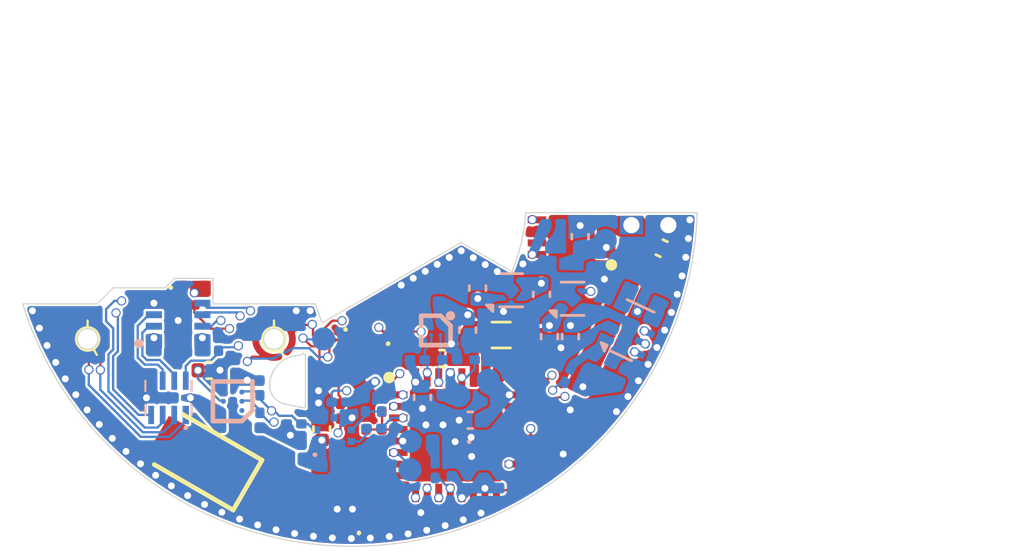
<source format=kicad_pcb>
(kicad_pcb (version 20241229) (generator "pcbnew") (generator_version "9.0")
  (layers (0 "F.Cu" signal) (4 "In1.Cu" signal) (6 "In2.Cu" signal) (8 "In3.Cu" signal) (10 "In4.Cu" signal) (2 "B.Cu" signal) (13 "F.Paste" user) (15 "B.Paste" user) (5 "F.SilkS" user "F.Silkscreen") (7 "B.SilkS" user "B.Silkscreen") (1 "F.Mask" user) (3 "B.Mask" user) (25 "Edge.Cuts" user))
  (net 0 "")
  (net 1 "GND")
  (net 2 "+3.3V")
  (net 3 "Net-(C20-Pad2)")
  (net 4 "+3V0")
  (net 5 "/32mhz+")
  (net 6 "/32mhz-")
  (net 7 "/Peripherals/VDDIO")
  (net 8 "Net-(IC2-CRST)")
  (net 9 "/Power/Charge +")
  (net 10 "/NRST")
  (net 11 "/ADC")
  (net 12 "+1V8")
  (net 13 "/ANT")
  (net 14 "Net-(D1-VFBSD)")
  (net 15 "Net-(D1-VCAP)")
  (net 16 "Net-(TPS3424A11C13ADRLR1-LPT)")
  (net 17 "Net-(TPS3424A11C13ADRLR1-SPT)")
  (net 18 "/I2C_SCL")
  (net 19 "/Kill")
  (net 20 "/SWDIO")
  (net 21 "/H_Tim2")
  (net 22 "/Button press")
  (net 24 "/KeepOn")
  (net 25 "/DEBLED")
  (net 26 "/H_on_GPIO")
  (net 27 "/L-S press INT")
  (net 29 "/H_Tim1")
  (net 30 "/Select dial")
  (net 31 "/I2C_SDA")
  (net 32 "/PCF_Reset")
  (net 33 "/SWCLK")
  (net 34 "/BMP581_INT")
  (net 35 "Net-(D1-VLXSD)")
  (net 36 "Net-(D2-A)")
  (net 38 "/Dial/OSCIN")
  (net 39 "/Dial/MOT1")
  (net 40 "/Dial/VDD PROG")
  (net 41 "/Dial/MOT2")
  (net 42 "Net-(IC1-RESET)")
  (net 43 "/Dial/OSCOUT")
  (net 45 "/Dial/OUT2")
  (net 46 "/Dial/OUT1")
  (net 47 "Net-(IC4-OUT)")
  (net 48 "/Power/STAT")
  (net 49 "Net-(IC5-PROG)")
  (net 51 "Net-(IC8-1D-)")
  (net 52 "Net-(IC8-1D+)")
  (net 53 "Net-(L1-Pad2)")
  (net 54 "Net-(LDLN025PU1-EN)")
  (net 55 "Net-(LED1-K)")
  (net 56 "Net-(Q7-D_1)")
  (net 57 "Net-(U1-INT)")
  (net 58 "Net-(TPS3424A11C13ADRLR1-PB)")
  (net 59 "Net-(TPS3424A11C13ADRLR1-~INT~)")
  (net 60 "Net-(TPS3424A11C13ADRLR1-kill)")
  (net 61 "Net-(U1-CSB)")
  (net 63 "Net-(ANT1-FEED)")
  (footprint "Capacitor_SMD:C_0201_0603Metric" (layer "F.Cu") (at 162.02 103.46 41)
    (property "Reference" "C7" (hide yes))
    (property "Value" "10p")
  )
  (footprint "Capacitor_SMD:C_0201_0603Metric" (layer "F.Cu") (at 158.88 100.78 180)
    (property "Reference" "C33" (hide yes))
    (property "Value" "100n")
  )
  (footprint "SamacSys_Parts:Battery 36mm watch" (layer "F.Cu") (at 166.28 95.07)
    (property "Reference" "J2" (hide yes))
    (property "Value" "Conn_01x02_Socket")
  )
  (footprint "Resistor_SMD:R_0201_0603Metric" (layer "F.Cu") (at 161.12 104.69 -90)
    (property "Reference" "R25" (hide yes))
    (property "Value" "0")
  )
  (footprint "SamacSys_Parts:Wurth side button 434331013822" (layer "F.Cu") (at 165.29 99.6 -115)
    (property "Reference" "SW5" (hide yes))
    (property "Value" "SW_MEC_5E")
  )
  (footprint "Resistor_SMD:R_0201_0603Metric" (layer "F.Cu") (at 161.56 102.93 -139)
    (property "Reference" "R26" (hide yes))
    (property "Value" "0")
  )
  (footprint "Resistor_SMD:R_0201_0603Metric" (layer "F.Cu") (at 155.84 98.98 180)
    (property "Reference" "R2" (hide yes))
    (property "Value" "0")
  )
  (footprint "SamacSys_Parts:150040WS73240" (layer "F.Cu") (at 146.53 97.78)
    (property "Reference" "LED1" (hide yes))
    (property "Value" "150040WS73240" (hide yes))
  )
  (footprint "Capacitor_SMD:C_0402_1005Metric" (layer "F.Cu") (at 166.79 96.07 -25)
    (property "Reference" "C15" (hide yes))
    (property "Value" "4.7u")
  )
  (footprint "SamacSys_Parts:CSPG_2025" (layer "F.Cu") (at 154.53 107.8025 90)
    (property "Reference" "IC4" (hide yes))
    (property "Value" "MLPF-NRG-01D3" (hide yes))
  )
  (footprint "Inductor_SMD:L_0805_2012Metric" (layer "F.Cu") (at 159.84 99.83 180)
    (property "Reference" "L4" (hide yes))
    (property "Value" "10u")
  )
  (footprint "Capacitor_SMD:C_0402_1005Metric" (layer "F.Cu") (at 157.27 100.84 180)
    (property "Reference" "C34" (hide yes))
    (property "Value" "4.7u")
  )
  (footprint "SamacSys_Parts:ANTC3216X140N" (layer "F.Cu") (at 146.78 105.13 150)
    (property "Reference" "ANT1" (hide yes))
    (property "Value" "2108838-1" (hide yes))
  )
  (footprint "Capacitor_SMD:C_0201_0603Metric" (layer "F.Cu") (at 151.98 107.72 90)
    (property "Reference" "C32" (hide yes))
    (property "Value" "0.9p")
  )
  (footprint "Capacitor_SMD:C_0201_0603Metric" (layer "F.Cu") (at 154.68 104.24 90)
    (property "Reference" "C28" (hide yes))
    (property "Value" "100n")
  )
  (footprint "Resistor_SMD:R_0201_0603Metric" (layer "F.Cu") (at 152.88 103.13 -90)
    (property "Reference" "R1" (hide yes))
    (property "Value" "0")
  )
  (footprint "Resistor_SMD:R_0201_0603Metric" (layer "F.Cu") (at 146.23 98.53 180)
    (property "Reference" "R6" (hide yes))
    (property "Value" "500")
  )
  (footprint "SamacSys_Parts:Miyota 2035" (layer "F.Cu") (at 150 100 -150)
    (property "Reference" "L3" (hide yes))
    (property "Value" "L")
  )
  (footprint "SamacSys_Parts:SON50P300X200X100-9N-D" (layer "F.Cu") (at 162.89 95.59 180)
    (property "Reference" "IC5" (hide yes))
    (property "Value" "MCP73831-2ACI_MC" (hide yes))
  )
  (footprint "SamacSys_Parts:Miyota 2035" (layer "F.Cu") (at 141.93 100 -150)
    (property "Reference" "L2" (hide yes))
    (property "Value" "L")
  )
  (footprint "Inductor_SMD:L_0402_1005Metric" (layer "F.Cu") (at 160.51 100.9)
    (property "Reference" "L1" (hide yes))
    (property "Value" "22n")
  )
  (footprint "SamacSys_Parts:LFXTAL062558Reel" (layer "F.Cu") (at 153.92 101.16 -137)
    (property "Reference" "Y1" (hide yes))
    (property "Value" "32kHz 9pF" (hide yes))
  )
  (footprint "Capacitor_SMD:C_0402_1005Metric" (layer "F.Cu") (at 152.07 103.9 90)
    (property "Reference" "C25" (hide yes))
    (property "Value" "1u")
  )
  (footprint "Resistor_SMD:R_0201_0603Metric" (layer "F.Cu") (at 153.98 104.24 90)
    (property "Reference" "R20" (hide yes))
    (property "Value" "100k")
  )
  (footprint "SamacSys_Parts:QFN50P500X500X100-33N-D" (layer "F.Cu") (at 157.885 104.17)
    (property "Reference" "D1" (hide yes))
    (property "Value" "STM32WB09KEV7TR" (hide yes))
  )
  (footprint "SamacSys_Parts:PCF2003DUS" (layer "F.Cu") (at 152.4 100.04 180)
    (property "Reference" "IC1" (hide yes))
    (property "Value" "PCF2003DUS" (hide yes))
  )
  (footprint "Resistor_SMD:R_0201_0603Metric" (layer "F.Cu") (at 161.44 102.1 -139)
    (property "Reference" "R24" (hide yes))
    (property "Value" "0")
  )
  (footprint "Resistor_SMD:R_0201_0603Metric" (layer "F.Cu") (at 154.68 102.83 -90)
    (property "Reference" "R19" (hide yes))
    (property "Value" "100k")
  )
  (footprint "SamacSys_Parts:LFXTAL069526" (layer "F.Cu") (at 162.66 104.34 -139)
    (property "Reference" "Y3" (hide yes))
    (property "Value" "32MHz")
  )
  (footprint "Resistor_SMD:R_0201_0603Metric" (layer "F.Cu") (at 155.51 99.68)
    (property "Reference" "R30" (hide yes))
    (property "Value" "0")
  )
  (footprint "Capacitor_SMD:C_0201_0603Metric" (layer "F.Cu") (at 163.59 103.42 -49)
    (property "Reference" "C8" (hide yes))
    (property "Value" "10p")
  )
  (footprint "Capacitor_SMD:C_0402_1005Metric" (layer "F.Cu") (at 147.19 101.36)
    (property "Reference" "C18" (hide yes))
    (property "Value" "2.2u")
  )
  (footprint "Resistor_SMD:R_0201_0603Metric" (layer "F.Cu") (at 153.03 108.07 180)
    (property "Reference" "R7" (hide yes))
    (property "Value" "0")
  )
  (footprint "Capacitor_SMD:C_0201_0603Metric" (layer "B.Cu") (at 159.08 105.7 -90)
    (property "Reference" "C13" (hide yes))
    (property "Value" "100n")
  )
  (footprint "Capacitor_SMD:C_0201_0603Metric" (layer "B.Cu") (at 146.55 100.56)
    (property "Reference" "C4" (hide yes))
    (property "Value" "100n")
  )
  (footprint "Resistor_SMD:R_0201_0603Metric" (layer "B.Cu") (at 163.5 96.83)
    (property "Reference" "R18" (hide yes))
    (property "Value" "100k")
  )
  (footprint "SamacSys_Parts:Pogo pin 1x1" (layer "B.Cu") (at 155.89 105.66 180)
    (property "Reference" "TP17" (hide yes))
    (property "Value" "SWDIO")
  )
  (footprint "Capacitor_SMD:C_0201_0603Metric" (layer "B.Cu") (at 148.3 101.18 -90)
    (property "Reference" "C11" (hide yes))
    (property "Value" "100n")
  )
  (footprint "Resistor_SMD:R_0201_0603Metric" (layer "B.Cu") (at 157.61 100.9 180)
    (property "Reference" "R13" (hide yes))
    (property "Value" "4.7k")
  )
  (footprint "SamacSys_Parts:NX3DV221GM115" (layer "B.Cu") (at 145.43 102.55 180)
    (property "Reference" "IC8" (hide yes))
    (property "Value" "NX3DV221GM,115" (hide yes))
  )
  (footprint "Resistor_SMD:R_0201_0603Metric" (layer "B.Cu") (at 156.21 100.9 180)
    (property "Reference" "R14" (hide yes))
    (property "Value" "4.7k")
  )
  (footprint "Capacitor_SMD:C_0402_1005Metric" (layer "B.Cu") (at 158.82 97.8 90)
    (property "Reference" "C29" (hide yes))
    (property "Value" "1u")
  )
  (footprint "Capacitor_SMD:C_0201_0603Metric" (layer "B.Cu") (at 165.06 97.75 -25)
    (property "Reference" "CSPT1" (hide yes))
    (property "Value" "4.7n")
  )
  (footprint "Capacitor_SMD:C_0201_0603Metric" (layer "B.Cu") (at 159.01 100.9 180)
    (property "Reference" "C38" (hide yes))
    (property "Value" "220n")
  )
  (footprint "Resistor_SMD:R_0201_0603Metric" (layer "B.Cu") (at 150.87 103.68 180)
    (property "Reference" "R5" (hide yes))
    (property "Value" "4.7k")
  )
  (footprint "SamacSys_Parts:Pogo pin 1x1" (layer "B.Cu") (at 159.28 101.79 180)
    (property "Reference" "TP20" (hide yes))
    (property "Value" "3.3V")
  )
  (footprint "Resistor_SMD:R_0201_0603Metric" (layer "B.Cu") (at 164.404762 101.260018 -115)
    (property "Reference" "R16" (hide yes))
    (property "Value" "1k")
  )
  (footprint "Capacitor_SMD:C_0402_1005Metric" (layer "B.Cu") (at 158.39 99.62 -90)
    (property "Reference" "C24" (hide yes))
    (property "Value" "1u")
  )
  (footprint "Capacitor_SMD:C_0402_1005Metric" (layer "B.Cu") (at 163.26 95.57 90)
    (property "Reference" "C22" (hide yes))
    (property "Value" "4.7u")
  )
  (footprint "SamacSys_Parts:Pogo pin 1x1" (layer "B.Cu") (at 155.9 104.43 180)
    (property "Reference" "TP18" (hide yes))
    (property "Value" "SWCLK")
  )
  (footprint "LED_SMD:LED_0402_1005Metric" (layer "B.Cu") (at 157.36 104.45 180)
    (property "Reference" "D2" (hide yes))
    (property "Value" "LED")
  )
  (footprint "SamacSys_Parts:SON50P200X200X80-9N" (layer "B.Cu") (at 145.85 99.2)
    (property "Reference" "IC3" (hide yes))
    (property "Value" "DRV8837DSGR" (hide yes))
  )
  (footprint "Resistor_SMD:R_0201_0603Metric" (layer "B.Cu") (at 156.98 105.7 -90)
    (property "Reference" "R31" (hide yes))
    (property "Value" "1k")
  )
  (footprint "Resistor_SMD:R_0201_0603Metric" (layer "B.Cu") (at 163.774762 100.970018 65)
    (property "Reference" "R15" (hide yes))
    (property "Value" "47k")
  )
  (footprint "Capacitor_SMD:C_0201_0603Metric" (layer "B.Cu") (at 165.034762 101.560018 -115)
    (property "Reference" "C20" (hide yes))
    (property "Value" "220n")
  )
  (footprint "Resistor_SMD:R_0201_0603Metric" (layer "B.Cu") (at 151.22 104.87 -90)
    (property "Reference" "R10" (hide yes))
    (property "Value" "10")
  )
  (footprint "Capacitor_SMD:C_0402_1005Metric" (layer "B.Cu") (at 161.93 99.9 -90)
    (property "Reference" "C2" (hide yes))
    (property "Value" "1u")
  )
  (footprint "Capacitor_SMD:C_0402_1005Metric" (layer "B.Cu") (at 158.5 103.52 180)
    (property "Reference" "C19" (hide yes))
    (property "Value" "4.7u")
  )
  (footprint "Capacitor_SMD:C_0201_0603Metric" (layer "B.Cu") (at 152.42 105.56 180)
    (property "Reference" "C10" (hide yes))
    (property "Value" "100n")
  )
  (footprint "SamacSys_Parts:Pogo pin 1x1" (layer "B.Cu") (at 152.15 100 180)
    (property "Reference" "TP16" (hide yes))
    (property "Value" "VDD Prog")
  )
  (footprint "Resistor_SMD:R_0201_0603Metric" (layer "B.Cu") (at 162.1 95.01 180)
    (property "Reference" "R17" (hide yes))
    (property "Value" "2k")
  )
  (footprint "Package_TO_SOT_SMD:SOT-583-8" (layer "B.Cu") (at 165.39 99.62 -25)
    (property "Reference" "TPS3424A11C13ADRLR1" (hide yes))
    (property "Value" "~")
  )
  (footprint "SamacSys_Parts:Pogo pin 1x1" (layer "B.Cu") (at 158.01 102.46 180)
    (property "Reference" "TP19" (hide yes))
    (property "Value" "NRST")
  )
  (footprint "SamacSys_Parts:Battery pogo pins" (layer "B.Cu") (at 165.48 96.26 155)
    (property "Reference" "J3" (hide yes))
    (property "Value" "Conn_01x02")
  )
  (footprint "SamacSys_Parts:BGA9C40P3X3_128X128X54" (layer "B.Cu") (at 148.21 102.7 90)
    (property "Reference" "IC2" (hide yes))
    (property "Value" "BMM350" (hide yes))
  )
  (footprint "Capacitor_SMD:C_0402_1005Metric" (layer "B.Cu") (at 156.43 102.53 -90)
    (property "Reference" "C35" (hide yes))
    (property "Value" "1u")
  )
  (footprint "SamacSys_Parts:BGA4C40P2X2_84X84X38" (layer "B.Cu") (at 157.01 99.63 180)
    (property "Reference" "IC7" (hide yes))
    (property "Value" "CAT24C16C4ATR" (hide yes))
  )
  (footprint "Capacitor_SMD:C_0201_0603Metric" (layer "B.Cu") (at 159.78 106.14 -90)
    (property "Reference" "C12" (hide yes))
    (property "Value" "3p")
  )
  (footprint "Capacitor_SMD:C_0201_0603Metric" (layer "B.Cu") (at 159.34 102.71)
    (property "Reference" "C14" (hide yes))
    (property "Value" "100n")
  )
  (footprint "Package_DFN_QFN:OnSemi_XDFN4-1EP_1.0x1.0mm_EP0.52x0.52mm" (layer "B.Cu") (at 160.27 97.89)
    (property "Reference" "LDLN025PU2" (hide yes))
    (property "Value" "~")
  )
  (footprint "Resistor_SMD:R_0201_0603Metric" (layer "B.Cu") (at 154.33 103.87)
    (property "Reference" "R11" (hide yes))
    (property "Value" "10")
  )
  (footprint "Resistor_SMD:R_0201_0603Metric" (layer "B.Cu") (at 149.39 102.12 -90)
    (property "Reference" "R4" (hide yes))
    (property "Value" "4.7k")
  )
  (footprint "Resistor_SMD:R_0201_0603Metric" (layer "B.Cu") (at 152.82 102.74 180)
    (property "Reference" "R9" (hide yes))
    (property "Value" "4.7k")
  )
  (footprint "Capacitor_SMD:C_0201_0603Metric" (layer "B.Cu") (at 158.38 106.15 90)
    (property "Reference" "C36" (hide yes))
    (property "Value" "3p")
  )
  (footprint "Package_DFN_QFN:OnSemi_XDFN4-1EP_1.0x1.0mm_EP0.52x0.52mm" (layer "B.Cu") (at 162.93 98.26)
    (property "Reference" "LDLN025PU1" (hide yes))
    (property "Value" "~")
  )
  (footprint "Capacitor_SMD:C_0402_1005Metric" (layer "B.Cu") (at 161.59 98.07 -90)
    (property "Reference" "C30" (hide yes))
    (property "Value" "1u")
  )
  (footprint "Resistor_SMD:R_0201_0603Metric" (layer "B.Cu") (at 153.95 102.82 90)
    (property "Reference" "R29" (hide yes))
    (property "Value" "0")
  )
  (footprint "Capacitor_SMD:C_0201_0603Metric" (layer "B.Cu") (at 166.32 98.34 -25)
    (property "Reference" "CLPT1" (hide yes))
    (property "Value" "11.8n")
  )
  (footprint "Capacitor_SMD:C_0201_0603Metric" (layer "B.Cu") (at 148.02 103.87 180)
    (property "Reference" "C9" (hide yes))
    (property "Value" "100n")
  )
  (footprint "Resistor_SMD:R_0201_0603Metric" (layer "B.Cu") (at 149.39 103.52 90)
    (property "Reference" "R3" (hide yes))
    (property "Value" "4.7k")
  )
  (footprint "SamacSys_Parts:BMP581" (layer "B.Cu") (at 152.6 104.19)
    (property "Reference" "U1" (hide yes))
    (property "Value" "BMP581" (hide yes))
  )
  (footprint "Resistor_SMD:R_0201_0603Metric" (layer "B.Cu") (at 162.72 101.59 65)
    (property "Reference" "R27" (hide yes))
    (property "Value" "0")
  )
  (footprint "SamacSys_Parts:2N7002KQBZ" (layer "B.Cu") (at 162.2 96.26 180)
    (property "Reference" "Q7" (hide yes))
    (property "Value" "2N7002KQBZ" (hide yes))
  )
  (footprint "Resistor_SMD:R_0201_0603Metric" (layer "B.Cu") (at 147.6 100.19 -90)
    (property "Reference" "R32" (hide yes))
    (property "Value" "10k")
  )
  (footprint "Capacitor_SMD:C_0201_0603Metric" (layer "B.Cu") (at 157.68 105.62 -90)
    (property "Reference" "C37" (hide yes))
    (property "Value" "100n")
  )
  (footprint "Capacitor_SMD:C_0402_1005Metric" (layer "B.Cu") (at 162.84 99.9 -90)
    (property "Reference" "C1" (hide yes))
    (property "Value" "1u")
  )
  (footprint "Capacitor_SMD:C_0201_0603Metric" (layer "B.Cu") (at 156.79 98.36)
    (property "Reference" "C23" (hide yes))
    (property "Value" "100n")
  )
  (footprint "Capacitor_SMD:C_0201_0603Metric" (layer "B.Cu") (at 145.15 100.56 180)
    (property "Reference" "C3" (hide yes))
    (property "Value" "100n")
  )
  (footprint "Resistor_SMD:R_0201_0603Metric" (layer "B.Cu") (at 154.66 102.82 90)
    (property "Reference" "R28" (hide yes))
    (property "Value" "0")
  )
  (footprint "Capacitor_SMD:C_0201_0603Metric" (layer "B.Cu") (at 164.35 98.57 -115)
    (property "Reference" "C21" (hide yes))
    (property "Value" "100n")
  )
  (footprint "SamacSys_Parts:Pogo pin 1x1" (layer "B.Cu") (at 159.44 104.5 180)
    (property "Reference" "TP21" (hide yes))
    (property "Value" "VSS")
  )
  (footprint "Capacitor_SMD:C_0201_0603Metric" (layer "B.Cu") (at 157.24 102.73 -90)
    (property "Reference" "C27" (hide yes))
    (property "Value" "100n")
  )
  (gr_line (start 158.111627 95.82) (end 152.083025 99.30045) (stroke (width 0.05)) (layer "Edge.Cuts"))
  (gr_arc (start 168.331627 94.53) (mid 155.392399 108.845304) (end 139.1172 98.478557) (stroke (width 0.05)) (layer "Edge.Cuts"))
  (gr_line (start 147.362891 97.379312) (end 145.69 97.379312) (stroke (width 0.05)) (layer "Edge.Cuts"))
  (gr_line (start 142.345587 98.478557) (end 139.1172 98.478557) (stroke (width 0.05)) (layer "Edge.Cuts"))
  (gr_line (start 147.362891 98.478557) (end 151.783881 98.478557) (stroke (width 0.05)) (layer "Edge.Cuts"))
  (gr_circle (center 150 100) (end 149.55 100) (stroke (width 0.05)) (fill no) (layer "Edge.Cuts"))
  (gr_line (start 152.083025 99.30045) (end 151.783881 98.478557) (stroke (width 0.05)) (layer "Edge.Cuts"))
  (gr_line (start 145.28 97.785541) (end 145.69 97.379312) (stroke (width 0.05)) (layer "Edge.Cuts"))
  (gr_line (start 151.363803 100.684444) (end 151.363798 102.990586) (stroke (width 0.05)) (layer "Edge.Cuts"))
  (gr_circle (center 141.93 100) (end 141.48 100) (stroke (width 0.05)) (fill no) (layer "Edge.Cuts"))
  (gr_line (start 143.04 97.785541) (end 145.28 97.785541) (stroke (width 0.05)) (layer "Edge.Cuts"))
  (gr_line (start 168.331627 94.53) (end 160.894149 94.53) (stroke (width 0.05)) (layer "Edge.Cuts"))
  (gr_line (start 160.305978 97.089282) (end 158.111627 95.82) (stroke (width 0.05)) (layer "Edge.Cuts"))
  (gr_arc (start 160.894149 94.53) (mid 160.709483 95.834788) (end 160.305978 97.089282) (stroke (width 0.05)) (layer "Edge.Cuts"))
  (gr_line (start 143.04 97.785541) (end 142.345587 98.478557) (stroke (width 0.05)) (layer "Edge.Cuts"))
  (gr_arc (start 150.426237 102.80201) (mid 149.985293 102.519257) (end 149.813803 102.024309) (stroke (width 0.05)) (layer "Edge.Cuts"))
  (gr_line (start 147.362891 98.478557) (end 147.362891 97.379312) (stroke (width 0.05)) (layer "Edge.Cuts"))
  (gr_arc (start 151.255357 100.621833) (mid 151.185427 100.686756) (end 151.093363 100.711876) (stroke (width 0.05)) (layer "Edge.Cuts"))
  (gr_arc (start 149.813803 102.024309) (mid 150.186633 101.107821) (end 151.093363 100.711876) (stroke (width 0.05)) (layer "Edge.Cuts"))
  (gr_line (start 151.255357 100.621833) (end 151.363803 100.684444) (stroke (width 0.05)) (layer "Edge.Cuts"))
  (gr_arc (start 151.363796 102.990584) (mid 150.893216 102.905249) (end 150.426237 102.80201) (stroke (width 0.05)) (layer "Edge.Cuts"))
  (via (at 140.174791 100.282707) (size 0.4) (drill 0.3) (layers "F.Cu" "B.Cu") (net 1))
  (via (at 145.556824 106.363784) (size 0.4) (drill 0.3) (layers "F.Cu" "B.Cu") (net 1))
  (via (at 167.832791 96.46437) (size 0.4) (drill 0.3) (layers "F.Cu" "B.Cu") (net 1))
  (via (at 163.26 95.090001) (size 0.4) (drill 0.3) (layers "F.Cu" "B.Cu") (net 1))
  (via (at 167.948428 95.649789) (size 0.4) (drill 0.3) (layers "F.Cu" "B.Cu") (net 1))
  (via (at 167.671581 97.27117) (size 0.4) (drill 0.3) (layers "F.Cu" "B.Cu") (net 1))
  (via (at 151.70959 108.543764) (size 0.4) (drill 0.3) (layers "F.Cu" "B.Cu") (net 1))
  (via (at 148.510174 107.801021) (size 0.4) (drill 0.3) (layers "F.Cu" "B.Cu") (net 1))
  (via (at 168.01 94.84) (size 0.4) (drill 0.3) (layers "F.Cu" "B.Cu") (net 1))
  (via (at 158.56 105.09) (size 0.4) (drill 0.3) (layers "F.Cu" "B.Cu") (net 1))
  (via (at 146.99307 107.165478) (size 0.4) (drill 0.3) (layers "F.Cu" "B.Cu") (net 1))
  (via (at 158.111156 96.180002) (size 0.4) (drill 0.3) (layers "F.Cu" "B.Cu") (net 1))
  (via (at 151.93 102.24) (size 0.4) (drill 0.3) (layers "F.Cu" "B.Cu") (net 1))
  (via (at 166.583318 100.37014) (size 0.4) (drill 0.3) (layers "F.Cu" "B.Cu") (net 1))
  (via (at 155.511928 97.669994) (size 0.4) (drill 0.3) (layers "F.Cu" "B.Cu") (net 1))
  (via (at 151.93 102.77) (size 0.4) (drill 0.3) (layers "F.Cu" "B.Cu") (net 1))
  (via (at 162.43 100.38) (size 0.4) (drill 0.3) (layers "F.Cu" "B.Cu") (net 1))
  (via (at 151.565954 98.778557) (size 0.4) (drill 0.3) (layers "F.Cu" "B.Cu") (net 1))
  (via (at 165.74 98.81) (size 0.4) (drill 0.3) (layers "F.Cu" "B.Cu") (net 1))
  (via (at 166.920316 99.619575) (size 0.4) (drill 0.3) (layers "F.Cu" "B.Cu") (net 1))
  (via (at 158.02 103.52) (size 0.4) (drill 0.3) (layers "F.Cu" "B.Cu") (net 1))
  (via (at 154.994071 108.554639) (size 0.4) (drill 0.3) (layers "F.Cu" "B.Cu") (net 1))
  (via (at 167.214622 98.851267) (size 0.4) (drill 0.3) (layers "F.Cu" "B.Cu") (net 1))
  (via (at 156.031544 97.369993) (size 0.4) (drill 0.3) (layers "F.Cu" "B.Cu") (net 1))
  (via (at 159.67 97.08) (size 0.4) (drill 0.3) (layers "F.Cu" "B.Cu") (net 1))
  (via (at 156.43 103.01) (size 0.4) (drill 0.3) (layers "F.Cu" "B.Cu") (net 1))
  (via (at 158.967765 107.541734) (size 0.4) (drill 0.3) (layers "F.Cu" "B.Cu") (net 1))
  (via (at 141.908027 103.072657) (size 0.4) (drill 0.3) (layers "F.Cu" "B.Cu") (net 1))
  (via (at 156.58 103.72) (size 0.4) (drill 0.3) (layers "F.Cu" "B.Cu") (net 1))
  (via (at 142.435781 103.703838) (size 0.4) (drill 0.3) (layers "F.Cu" "B.Cu") (net 1))
  (via (at 157.32 103.72) (size 0.4) (drill 0.3) (layers "F.Cu" "B.Cu") (net 1))
  (via (at 146.26368 106.784815) (size 0.4) (drill 0.3) (layers "F.Cu" "B.Cu") (net 1))
  (via (at 156.3592 107.521581) (size 0.4) (drill 0.3) (layers "F.Cu" "B.Cu") (net 1))
  (via (at 150.965954 98.778557) (size 0.4) (drill 0.3) (layers "F.Cu" "B.Cu") (net 1))
  (via (at 165.327473 102.491993) (size 0.4) (drill 0.3) (layers "F.Cu" "B.Cu") (net 1))
  (via (at 158.630771 96.480002) (size 0.4) (drill 0.3) (layers "F.Cu" "B.Cu") (net 1))
  (via (at 155.809089 108.442121) (size 0.4) (drill 0.3) (layers "F.Cu" "B.Cu") (net 1))
  (via (at 164.831647 103.148553) (size 0.4) (drill 0.3) (layers "F.Cu" "B.Cu") (net 1))
  (via (at 157.590386 96.469999) (size 0.4) (drill 0.3) (layers "F.Cu" "B.Cu") (net 1))
  (via (at 160.78 96.75) (size 0.4) (drill 0.3) (layers "F.Cu" "B.Cu") (net 1))
  (via (at 140.962929 101.726437) (size 0.4) (drill 0.3) (layers "F.Cu" "B.Cu") (net 1))
  (via (at 153.4 107.37) (size 0.4) (drill 0.3) (layers "F.Cu" "B.Cu") (net 1))
  (via (at 157.07077 96.77) (size 0.4) (drill 0.3) (layers "F.Cu" "B.Cu") (net 1))
  (via (at 143.593376 104.872382) (size 0.4) (drill 0.3) (layers "F.Cu" "B.Cu") (net 1))
  (via (at 149.293098 108.053893) (size 0.4) (drill 0.3) (layers "F.Cu" "B.Cu") (net 1))
  (via (at 150.895336 108.425853) (size 0.4) (drill 0.3) (layers "F.Cu" "B.Cu") (net 1))
  (via (at 156.616499 108.284001) (size 0.4) (drill 0.3) (layers "F.Cu" "B.Cu") (net 1))
  (via (at 162.83 103.07) (size 0.4) (drill 0.3) (layers "F.Cu" "B.Cu") (net 1))
  (via (at 140.54857 101.015648) (size 0.4) (drill 0.3) (layers "F.Cu" "B.Cu") (net 1))
  (via (at 139.842771 99.529927) (size 0.4) (drill 0.3) (layers "F.Cu" "B.Cu") (net 1))
  (via (at 152.529183 108.615753) (size 0.4) (drill 0.3) (layers "F.Cu" "B.Cu") (net 1))
  (via (at 162.526202 104.986315) (size 0.4) (drill 0.3) (layers "F.Cu" "B.Cu") (net 1))
  (via (at 166.204694 101.10059) (size 0.4) (drill 0.3) (layers "F.Cu" "B.Cu") (net 1))
  (via (at 142.998156 104.304378) (size 0.4) (drill 0.3) (layers "F.Cu" "B.Cu") (net 1))
  (via (at 152.74 107.37) (size 0.4) (drill 0.3) (layers "F.Cu" "B.Cu") (net 1))
  (via (at 145.85 99.2) (size 0.4) (drill 0.3) (layers "F.Cu" "B.Cu") (net 1))
  (via (at 150.088989 108.26239) (size 0.4) (drill 0.3) (layers "F.Cu" "B.Cu") (net 1))
  (via (at 157.413754 108.080779) (size 0.4) (drill 0.3) (layers "F.Cu" "B.Cu") (net 1))
  (via (at 158.198335 107.833096) (size 0.4) (drill 0.3) (layers "F.Cu" "B.Cu") (net 1))
  (via (at 144.21956 105.406055) (size 0.4) (drill 0.3) (layers "F.Cu" "B.Cu") (net 1))
  (via (at 139.54 98.78) (size 0.4) (drill 0.3) (layers "F.Cu" "B.Cu") (net 1))
  (via (at 154.17402 108.621199) (size 0.4) (drill 0.3) (layers "F.Cu" "B.Cu") (net 1))
  (via (at 167.465307 98.06764) (size 0.4) (drill 0.3) (layers "F.Cu" "B.Cu") (net 1))
  (via (at 147.742691 107.50457) (size 0.4) (drill 0.3) (layers "F.Cu" "B.Cu") (net 1))
  (via (at 153.351525 108.641592) (size 0.4) (drill 0.3) (layers "F.Cu" "B.Cu") (net 1))
  (via (at 159.150385 96.78) (size 0.4) (drill 0.3) (layers "F.Cu" "B.Cu") (net 1))
  (via (at 159.94 98.81) (size 0.4) (drill 0.3) (layers "F.Cu" "B.Cu") (net 1))
  (via (at 158.54 104.26) (size 0.4) (drill 0.3) (layers "F.Cu" "B.Cu") (net 1))
  (via (at 156.551154 97.070001) (size 0.4) (drill 0.3) (layers "F.Cu" "B.Cu") (net 1))
  (via (at 153.382512 103.412512) (size 0.4) (drill 0.3) (layers "F.Cu" "B.Cu") (net 1))
  (via (at 164.31 97.41) (size 0.4) (drill 0.3) (layers "F.Cu" "B.Cu") (net 1))
  (via (at 144.8 98.45) (size 0.4) (drill 0.3) (layers "F.Cu" "B.Cu") (net 1))
  (via (at 147.66 101.35) (size 0.4) (drill 0.3) (layers "F.Cu" "B.Cu") (net 1))
  (via (at 165.785638 101.80862) (size 0.4) (drill 0.3) (layers "F.Cu" "B.Cu") (net 1))
  (via (at 141.416558 102.412829) (size 0.4) (drill 0.3) (layers "F.Cu" "B.Cu") (net 1))
  (via (at 157.845 104.45) (size 0.4) (drill 0.3) (layers "F.Cu" "B.Cu") (net 1))
  (via (at 144.48 102.55) (size 0.4) (drill 0.3) (layers "F.Cu" "B.Cu") (net 1))
  (via (at 144.874732 105.903713) (size 0.4) (drill 0.3) (layers "F.Cu" "B.Cu") (net 1))
  (segment (start 161.875 96.76) (end 162.296 97.181) (width 0.1) (layer "B.Cu") (net 1))
  (segment (start 163.469 97.181) (end 163.82 96.83) (width 0.1) (layer "B.Cu") (net 1))
  (segment (start 162.296 97.181) (end 163.469 97.181) (width 0.1) (layer "B.Cu") (net 1))
  (via (at 148.84 101.78) (size 0.4) (drill 0.3) (layers "F.Cu" "B.Cu") (net 2))
  (via (at 144.8 99.95) (size 0.4) (drill 0.3) (layers "F.Cu" "B.Cu") (net 2))
  (via (at 150.71 104.17) (size 0.4) (drill 0.3) (layers "F.Cu" "B.Cu") (net 2))
  (via (at 159.135 106.47) (size 0.4) (drill 0.3) (layers "F.Cu" "B.Cu") (net 2))
  (via (at 146.38 102.55) (size 0.4) (drill 0.3) (layers "F.Cu" "B.Cu") (net 2))
  (via (at 160.19 102.42) (size 0.4) (drill 0.3) (layers "F.Cu" "B.Cu") (net 2))
  (via (at 154.37 101.86) (size 0.4) (drill 0.3) (layers "F.Cu" "B.Cu") (net 2))
  (via (at 158.135 106.87) (size 0.4) (drill 0.3) (layers "F.Cu" "B.Cu") (net 2))
  (via (at 146.9 99.95) (size 0.4) (drill 0.3) (layers "F.Cu" "B.Cu") (net 2))
  (via (at 161.93 99.42) (size 0.4) (drill 0.3) (layers "F.Cu" "B.Cu") (net 2))
  (via (at 157.69 100.21) (size 0.4) (drill 0.3) (layers "F.Cu" "B.Cu") (net 2))
  (via (at 158.392122 98.953911) (size 0.4) (drill 0.3) (layers "F.Cu" "B.Cu") (net 2))
  (via (at 156.135 101.87) (size 0.4) (drill 0.3) (layers "F.Cu" "B.Cu") (net 2))
  (via (at 163.38 102.07) (size 0.4) (drill 0.3) (layers "F.Cu" "B.Cu") (net 3))
  (segment (start 155.45 101.5) (end 155.123 101.827) (width 0.1) (layer "F.Cu") (net 4))
  (segment (start 155.123 101.83) (end 154.68 102.273) (width 0.1) (layer "F.Cu") (net 4))
  (segment (start 154.68 102.273) (end 154.68 102.51) (width 0.1) (layer "F.Cu") (net 4))
  (segment (start 155.123 101.827) (end 155.123 101.83) (width 0.1) (layer "F.Cu") (net 4))
  (via (at 161.58 97.59) (size 0.4) (drill 0.3) (layers "F.Cu" "B.Cu") (net 4))
  (via (at 155.45 101.5) (size 0.4) (drill 0.3) (layers "F.Cu" "B.Cu") (net 4))
  (via (at 162.84 99.42) (size 0.4) (drill 0.3) (layers "F.Cu" "B.Cu") (net 4))
  (segment (start 161.19 105.92) (end 161.64 105.47) (width 0.1) (layer "F.Cu") (net 5))
  (segment (start 160.385 105.92) (end 161.19 105.92) (width 0.1) (layer "F.Cu") (net 5))
  (segment (start 161.64 104.743901) (end 162.001354 104.382547) (width 0.1) (layer "F.Cu") (net 5))
  (segment (start 161.64 105.47) (end 161.64 104.743901) (width 0.1) (layer "F.Cu") (net 5))
  (segment (start 161.778493 103.669939) (end 162.001354 104.382547) (width 0.1) (layer "F.Cu") (net 5))
  (segment (start 163.2 105.01) (end 163.318646 104.297453) (width 0.1) (layer "F.Cu") (net 6))
  (segment (start 162.14 105.91) (end 163.2 105.01) (width 0.1) (layer "F.Cu") (net 6))
  (segment (start 163.318646 104.1428) (end 163.799939 103.661507) (width 0.1) (layer "F.Cu") (net 6))
  (segment (start 159.635 106.67) (end 162.14 105.91) (width 0.1) (layer "F.Cu") (net 6))
  (segment (start 163.318646 104.297453) (end 163.318646 104.1428) (width 0.1) (layer "F.Cu") (net 6))
  (segment (start 152.070847 104.384273) (end 152.070847 104.380847) (width 0.1) (layer "F.Cu") (net 7))
  (segment (start 152.070847 104.380847) (end 152.07 104.38) (width 0.1) (layer "F.Cu") (net 7))
  (via (at 152.070847 104.384273) (size 0.4) (drill 0.3) (layers "F.Cu" "B.Cu") (net 7))
  (segment (start 152.1 104.965) (end 152.1 105.56) (width 0.1) (layer "B.Cu") (net 7))
  (via (at 146.71 101.36) (size 0.4) (drill 0.3) (layers "F.Cu" "B.Cu") (net 8))
  (segment (start 146.71 101.36) (end 146.71 101.73) (width 0.1) (layer "B.Cu") (net 8))
  (segment (start 147.65 102.67) (end 147.78 102.67) (width 0.1) (layer "B.Cu") (net 8))
  (segment (start 147.78 102.67) (end 147.81 102.7) (width 0.1) (layer "B.Cu") (net 8))
  (segment (start 146.71 101.73) (end 147.65 102.67) (width 0.1) (layer "B.Cu") (net 8))
  (via (at 164.393692 96.037382) (size 0.4) (drill 0.3) (layers "F.Cu" "B.Cu") (net 9))
  (via (at 146.555002 97.999998) (size 0.4) (drill 0.3) (layers "F.Cu" "B.Cu") (net 9))
  (segment (start 162.575 96.81) (end 162.525 96.76) (width 0.1) (layer "B.Cu") (net 9))
  (segment (start 163.16 96.81) (end 162.575 96.81) (width 0.1) (layer "B.Cu") (net 9))
  (segment (start 163.18 96.83) (end 163.16 96.81) (width 0.1) (layer "B.Cu") (net 9))
  (via (at 157.635 101.47) (size 0.4) (drill 0.3) (layers "F.Cu" "B.Cu") (net 10))
  (segment (start 154.68 103.92) (end 154.68 103.15) (width 0.1) (layer "F.Cu") (net 11))
  (segment (start 153.98 103.92) (end 154.68 103.92) (width 0.1) (layer "F.Cu") (net 11))
  (segment (start 154.68 103.92) (end 155.19 103.92) (width 0.1) (layer "F.Cu") (net 11))
  (segment (start 152.88 103.959282) (end 152.774641 104.064641) (width 0.1) (layer "F.Cu") (net 12))
  (segment (start 152.88 103.45) (end 152.88 103.959282) (width 0.1) (layer "F.Cu") (net 12))
  (via (at 152.774641 104.064641) (size 0.4) (drill 0.3) (layers "F.Cu" "B.Cu") (net 12))
  (via (at 158.83 98.25) (size 0.4) (drill 0.3) (layers "F.Cu" "B.Cu") (net 12))
  (segment (start 156.901229 107.798549) (end 156.935 107.79) (width 0.19) (layer "F.Cu") (net 13))
  (segment (start 158.628564 106.850194) (end 158.635 106.67) (width 0.19) (layer "F.Cu") (net 13))
  (segment (start 155.465011 108.046134) (end 155.107 108.0525) (width 0.19) (layer "F.Cu") (net 13))
  (segment (start 156.174999 107.964999) (end 156.15436 107.96924) (width 0.19) (layer "F.Cu") (net 13))
  (segment (start 156.935 107.79) (end 157.059548 107.758469) (width 0.19) (layer "F.Cu") (net 13))
  (segment (start 158.296181 107.319369) (end 158.424186 107.228701) (width 0.19) (layer "F.Cu") (net 13))
  (segment (start 156.15436 107.96924) (end 156.147901 107.970567) (width 0.19) (layer "F.Cu") (net 13))
  (segment (start 157.957759 107.488495) (end 157.59571 107.604711) (width 0.19) (layer "F.Cu") (net 13))
  (arc (start 156.147901 107.970567) (mid 155.808204 108.024143) (end 155.465011 108.046134) (width 0.19) (layer "F.Cu") (net 13))
  (arc (start 158.628564 106.850194) (mid 158.570627 107.063342) (end 158.424186 107.228701) (width 0.19) (layer "F.Cu") (net 13))
  (arc (start 157.59571 107.604711) (mid 157.328833 107.685789) (end 157.059548 107.758469) (width 0.19) (layer "F.Cu") (net 13))
  (arc (start 156.901229 107.798549) (mid 156.539056 107.885886) (end 156.174999 107.964999) (width 0.19) (layer "F.Cu") (net 13))
  (arc (start 158.296181 107.319369) (mid 158.133445 107.416889) (end 157.957759 107.488495) (width 0.19) (layer "F.Cu") (net 13))
  (via (at 158.135 101.67) (size 0.4) (drill 0.3) (layers "F.Cu" "B.Cu") (net 15))
  (segment (start 158.69 101.31) (end 158.69 100.9) (width 0.1) (layer "B.Cu") (net 15))
  (segment (start 158.33 101.67) (end 158.69 101.31) (width 0.1) (layer "B.Cu") (net 15))
  (segment (start 158.135 101.67) (end 158.33 101.67) (width 0.1) (layer "B.Cu") (net 15))
  (via (at 149.897012 103.110719) (size 0.4) (drill 0.3) (layers "F.Cu" "B.Cu") (net 18))
  (via (at 157.135 101.87) (size 0.4) (drill 0.3) (layers "F.Cu" "B.Cu") (net 18))
  (segment (start 151.85 103.94) (end 151.73 103.94) (width 0.1) (layer "B.Cu") (net 18))
  (segment (start 149.879448 102.973018) (end 149.888738 102.963728) (width 0.1) (layer "B.Cu") (net 18))
  (segment (start 157.29 100.9) (end 157.21 100.82) (width 0.1) (layer "B.Cu") (net 18))
  (segment (start 149.39 102.44) (end 149.35 102.4) (width 0.1) (layer "B.Cu") (net 18))
  (segment (start 157.21 100.82) (end 157.21 99.83) (width 0.1) (layer "B.Cu") (net 18))
  (segment (start 149.35 102.4) (end 149.35 102.35) (width 0.1) (layer "B.Cu") (net 18))
  (segment (start 151.13 103.68) (end 150.931 103.481) (width 0.1) (layer "B.Cu") (net 18))
  (segment (start 157.29 100.9) (end 157.135 101.055) (width 0.1) (layer "B.Cu") (net 18))
  (segment (start 148.64 102.27) (end 148.61 102.3) (width 0.1) (layer "B.Cu") (net 18))
  (segment (start 149.35 102.35) (end 149.27 102.27) (width 0.1) (layer "B.Cu") (net 18))
  (segment (start 157.135 101.055) (end 157.135 101.87) (width 0.1) (layer "B.Cu") (net 18))
  (segment (start 149.39 102.44) (end 149.39 102.603707) (width 0.1) (layer "B.Cu") (net 18))
  (segment (start 151.73 103.94) (end 151.47 103.68) (width 0.1) (layer "B.Cu") (net 18))
  (segment (start 150.007108 103.110719) (end 149.897012 103.110719) (width 0.1) (layer "B.Cu") (net 18))
  (segment (start 150.313262 103.329) (end 150.312262 103.33) (width 0.1) (layer "B.Cu") (net 18))
  (segment (start 150.226389 103.33) (end 150.007108 103.110719) (width 0.1) (layer "B.Cu") (net 18))
  (segment (start 149.27 102.27) (end 148.64 102.27) (width 0.1) (layer "B.Cu") (net 18))
  (segment (start 151.47 103.68) (end 151.19 103.68) (width 0.1) (layer "B.Cu") (net 18))
  (segment (start 151.19 103.68) (end 151.13 103.68) (width 0.1) (layer "B.Cu") (net 18))
  (segment (start 150.786738 103.329) (end 150.313262 103.329) (width 0.1) (layer "B.Cu") (net 18))
  (segment (start 150.931 103.481) (end 150.931 103.473262) (width 0.1) (layer "B.Cu") (net 18))
  (segment (start 149.39 102.603707) (end 149.897012 103.110719) (width 0.1) (layer "B.Cu") (net 18))
  (segment (start 150.312262 103.33) (end 150.226389 103.33) (width 0.1) (layer "B.Cu") (net 18))
  (segment (start 150.931 103.473262) (end 150.786738 103.329) (width 0.1) (layer "B.Cu") (net 18))
  (segment (start 160.385 103.42) (end 161.038432 103.42) (width 0.1) (layer "F.Cu") (net 19))
  (segment (start 161.038432 103.42) (end 161.318493 103.139939) (width 0.1) (layer "F.Cu") (net 19))
  (via (at 155.19 104.92) (size 0.4) (drill 0.3) (layers "F.Cu" "B.Cu") (net 20))
  (segment (start 155.19 104.92) (end 155.32 104.92) (width 0.1) (layer "B.Cu") (net 20))
  (segment (start 155.88 105.65) (end 155.89 105.66) (width 0.1) (layer "B.Cu") (net 20))
  (segment (start 155.32 104.92) (end 155.88 105.48) (width 0.1) (layer "B.Cu") (net 20))
  (segment (start 155.88 105.48) (end 155.88 105.65) (width 0.1) (layer "B.Cu") (net 20))
  (via (at 155.58 102.42) (size 0.4) (drill 0.3) (layers "F.Cu" "B.Cu") (net 21))
  (via (at 148.983266 98.778557) (size 0.4) (drill 0.3) (layers "F.Cu" "B.Cu") (net 21))
  (segment (start 148.983266 98.778557) (end 148.854709 98.65) (width 0.1) (layer "B.Cu") (net 21))
  (segment (start 148.854709 98.65) (end 147.1 98.65) (width 0.1) (layer "B.Cu") (net 21))
  (segment (start 147.1 98.65) (end 146.9 98.45) (width 0.1) (layer "B.Cu") (net 21))
  (via (at 162.07 102.22) (size 0.4) (drill 0.3) (layers "F.Cu" "B.Cu") (net 22))
  (via (at 160.18 105.42) (size 0.4) (drill 0.3) (layers "F.Cu" "B.Cu") (net 22))
  (segment (start 162.409982 101.880018) (end 162.584762 101.880018) (width 0.1) (layer "B.Cu") (net 22))
  (segment (start 162.07 102.22) (end 162.409982 101.880018) (width 0.1) (layer "B.Cu") (net 22))
  (segment (start 161.198494 102.371506) (end 161.198494 102.30994) (width 0.1) (layer "F.Cu") (net 24))
  (segment (start 160.385 102.92) (end 160.65 102.92) (width 0.1) (layer "F.Cu") (net 24))
  (segment (start 160.65 102.92) (end 161.198494 102.371506) (width 0.1) (layer "F.Cu") (net 24))
  (via (at 157.635 106.47) (size 0.4) (drill 0.3) (layers "F.Cu" "B.Cu") (net 25))
  (segment (start 157.13 106.02) (end 156.98 106.02) (width 0.1) (layer "B.Cu") (net 25))
  (segment (start 157.58 106.47) (end 157.13 106.02) (width 0.1) (layer "B.Cu") (net 25))
  (segment (start 157.635 106.47) (end 157.58 106.47) (width 0.1) (layer "B.Cu") (net 25))
  (via (at 156.63 106.47) (size 0.4) (drill 0.3) (layers "F.Cu" "B.Cu") (net 26))
  (via (at 147.7 99.201) (size 0.4) (drill 0.3) (layers "F.Cu" "B.Cu") (net 26))
  (segment (start 147.534758 99.201) (end 147.285758 99.45) (width 0.1) (layer "B.Cu") (net 26))
  (segment (start 147.285758 99.45) (end 146.9 99.45) (width 0.1) (layer "B.Cu") (net 26))
  (segment (start 147.7 99.201) (end 147.534758 99.201) (width 0.1) (layer "B.Cu") (net 26))
  (segment (start 161.03 104.92) (end 160.385 104.92) (width 0.1) (layer "F.Cu") (net 27))
  (segment (start 161.12 105.01) (end 161.03 104.92) (width 0.1) (layer "F.Cu") (net 27))
  (via (at 148.534974 98.999999) (size 0.4) (drill 0.3) (layers "F.Cu" "B.Cu") (net 29))
  (via (at 155.19 102.92) (size 0.4) (drill 0.3) (layers "F.Cu" "B.Cu") (net 29))
  (segment (start 148.534974 98.999999) (end 148.534974 98.994974) (width 0.1) (layer "B.Cu") (net 29))
  (segment (start 146.999 98.851) (end 146.9 98.95) (width 0.1) (layer "B.Cu") (net 29))
  (segment (start 148.391 98.851) (end 146.999 98.851) (width 0.1) (layer "B.Cu") (net 29))
  (segment (start 148.534974 98.994974) (end 148.391 98.851) (width 0.1) (layer "B.Cu") (net 29))
  (via (at 156.13 106.87) (size 0.4) (drill 0.3) (layers "F.Cu" "B.Cu") (net 30))
  (via (at 148.46 100.294323) (size 0.4) (drill 0.3) (layers "F.Cu" "B.Cu") (net 30))
  (segment (start 148.394323 100.36) (end 147.75 100.36) (width 0.1) (layer "B.Cu") (net 30))
  (segment (start 146.41 100.94) (end 147.26 100.94) (width 0.1) (layer "B.Cu") (net 30))
  (segment (start 146.18 101.809) (end 146.18 101.17) (width 0.1) (layer "B.Cu") (net 30))
  (segment (start 146.18 101.17) (end 146.41 100.94) (width 0.1) (layer "B.Cu") (net 30))
  (segment (start 147.26 100.94) (end 147.64 100.56) (width 0.1) (layer "B.Cu") (net 30))
  (segment (start 148.46 100.294323) (end 148.394323 100.36) (width 0.1) (layer "B.Cu") (net 30))
  (segment (start 147.75 100.36) (end 147.6 100.51) (width 0.1) (layer "B.Cu") (net 30))
  (via (at 156.64 101.47) (size 0.4) (drill 0.3) (layers "F.Cu" "B.Cu") (net 31))
  (via (at 153.149592 102.24) (size 0.4) (drill 0.3) (layers "F.Cu" "B.Cu") (net 31))
  (via (at 150 103.6) (size 0.4) (drill 0.3) (layers "F.Cu" "B.Cu") (net 31))
  (segment (start 152.55 102.79) (end 152.5 102.74) (width 0.1) (layer "B.Cu") (net 31))
  (segment (start 149.35 103.045) (end 149.35 103.16) (width 0.1) (layer "B.Cu") (net 31))
  (segment (start 148.61 102.7) (end 148.64 102.67) (width 0.1) (layer "B.Cu") (net 31))
  (segment (start 152.55 103.365) (end 152.55 102.79) (width 0.1) (layer "B.Cu") (net 31))
  (segment (start 150 103.6) (end 149.79 103.6) (width 0.1) (layer "B.Cu") (net 31))
  (segment (start 152.59 102.24) (end 152.5 102.33) (width 0.1) (layer "B.Cu") (net 31))
  (segment (start 148.975 102.67) (end 149.35 103.045) (width 0.1) (layer "B.Cu") (net 31))
  (segment (start 156.53 100.9) (end 156.53 100.48) (width 0.1) (layer "B.Cu") (net 31))
  (segment (start 156.81 100.2) (end 156.81 99.83) (width 0.1) (layer "B.Cu") (net 31))
  (segment (start 148.64 102.67) (end 148.975 102.67) (width 0.1) (layer "B.Cu") (net 31))
  (segment (start 149.79 103.6) (end 149.39 103.2) (width 0.1) (layer "B.Cu") (net 31))
  (segment (start 156.53 100.48) (end 156.81 100.2) (width 0.1) (layer "B.Cu") (net 31))
  (segment (start 152.6 103.415) (end 152.55 103.365) (width 0.1) (layer "B.Cu") (net 31))
  (segment (start 153.149592 102.24) (end 152.59 102.24) (width 0.1) (layer "B.Cu") (net 31))
  (segment (start 149.35 103.16) (end 149.39 103.2) (width 0.1) (layer "B.Cu") (net 31))
  (segment (start 156.64 101.01) (end 156.53 100.9) (width 0.1) (layer "B.Cu") (net 31))
  (segment (start 152.5 102.33) (end 152.5 102.74) (width 0.1) (layer "B.Cu") (net 31))
  (segment (start 156.64 101.47) (end 156.64 101.01) (width 0.1) (layer "B.Cu") (net 31))
  (segment (start 155.83 99.68) (end 156.37 99.68) (width 0.1) (layer "F.Cu") (net 32))
  (via (at 157.135 106.87) (size 0.4) (drill 0.3) (layers "F.Cu" "B.Cu") (net 32))
  (via (at 156.37 99.68) (size 0.4) (drill 0.3) (layers "F.Cu" "B.Cu") (net 32))
  (via (at 155.58 104.42) (size 0.4) (drill 0.3) (layers "F.Cu" "B.Cu") (net 33))
  (segment (start 155.89 104.42) (end 155.9 104.43) (width 0.1) (layer "B.Cu") (net 33))
  (segment (start 155.58 104.42) (end 155.89 104.42) (width 0.1) (layer "B.Cu") (net 33))
  (via (at 155.58 103.42) (size 0.4) (drill 0.3) (layers "F.Cu" "B.Cu") (net 34))
  (segment (start 155.1 103.42) (end 155.58 103.42) (width 0.1) (layer "B.Cu") (net 34))
  (segment (start 154.65 103.87) (end 155.1 103.42) (width 0.1) (layer "B.Cu") (net 34))
  (segment (start 154.431948 100.682602) (end 153.789346 100.04) (width 0.1) (layer "F.Cu") (net 38))
  (segment (start 153.789346 100.04) (end 152.625 100.04) (width 0.1) (layer "F.Cu") (net 38))
  (segment (start 149.04846 100.772741) (end 150.207056 100.772741) (width 0.1) (layer "F.Cu") (net 39))
  (segment (start 148.847277 100.973924) (end 149.04846 100.772741) (width 0.1) (layer "F.Cu") (net 39))
  (segment (start 152.4 100.708812) (end 152.329119 100.779693) (width 0.1) (layer "F.Cu") (net 39))
  (segment (start 152.4 100.32) (end 152.4 100.708812) (width 0.1) (layer "F.Cu") (net 39))
  (via (at 152.329119 100.779693) (size 0.4) (drill 0.3) (layers "F.Cu" "B.Cu") (net 39))
  (via (at 143.4 98.351003) (size 0.4) (drill 0.3) (layers "F.Cu" "B.Cu") (net 39))
  (via (at 148.847277 100.973924) (size 0.4) (drill 0.3) (layers "F.Cu" "B.Cu") (net 39))
  (segment (start 142.832 100.66212) (end 142.832 102.266) (width 0.1) (layer "B.Cu") (net 39))
  (segment (start 148.971201 100.85) (end 148.847277 100.973924) (width 0.1) (layer "B.Cu") (net 39))
  (segment (start 142.832 102.266) (end 144.404 103.838) (width 0.1) (layer "B.Cu") (net 39))
  (segment (start 142.73 99.231305) (end 143.037887 99.539192) (width 0.1) (layer "B.Cu") (net 39))
  (segment (start 143.160003 98.351003) (end 143.159 98.35) (width 0.1) (layer "B.Cu") (net 39))
  (segment (start 145.18 103.614) (end 145.18 103.291) (width 0.1) (layer "B.Cu") (net 39))
  (segment (start 149.95 100.85) (end 148.971201 100.85) (width 0.1) (layer "B.Cu") (net 39))
  (segment (start 152.329119 100.779693) (end 152.328812 100.78) (width 0.1) (layer "B.Cu") (net 39))
  (segment (start 144.956 103.838) (end 145.18 103.614) (width 0.1) (layer "B.Cu") (net 39))
  (segment (start 144.404 103.838) (end 144.956 103.838) (width 0.1) (layer "B.Cu") (net 39))
  (segment (start 143.037887 100.456233) (end 142.832 100.66212) (width 0.1) (layer "B.Cu") (net 39))
  (segment (start 143.09 98.35) (end 142.73 98.71) (width 0.1) (layer "B.Cu") (net 39))
  (segment (start 142.73 98.71) (end 142.73 99.231305) (width 0.1) (layer "B.Cu") (net 39))
  (segment (start 150.83 100.4) (end 149.95 100.85) (width 0.1) (layer "B.Cu") (net 39))
  (segment (start 152.328812 100.78) (end 151.91 100.78) (width 0.1) (layer "B.Cu") (net 39))
  (segment (start 151.53 100.4) (end 150.83 100.4) (width 0.1) (layer "B.Cu") (net 39))
  (segment (start 151.91 100.78) (end 151.53 100.4) (width 0.1) (layer "B.Cu") (net 39))
  (segment (start 143.4 98.351003) (end 143.160003 98.351003) (width 0.1) (layer "B.Cu") (net 39))
  (segment (start 143.037887 99.539192) (end 143.037887 100.456233) (width 0.1) (layer "B.Cu") (net 39))
  (segment (start 143.159 98.35) (end 143.09 98.35) (width 0.1) (layer "B.Cu") (net 39))
  (segment (start 151.97 100.98) (end 151.97 100.32) (width 0.1) (layer "F.Cu") (net 40))
  (segment (start 152.798592 102.438592) (end 152.798592 101.808592) (width 0.1) (layer "F.Cu") (net 40))
  (segment (start 151.256277 99.961251) (end 151.615026 100.32) (width 0.1) (layer "F.Cu") (net 40))
  (segment (start 152.798592 101.808592) (end 151.97 100.98) (width 0.1) (layer "F.Cu") (net 40))
  (segment (start 152.88 102.81) (end 152.88 102.52) (width 0.1) (layer "F.Cu") (net 40))
  (segment (start 152.88 102.52) (end 152.798592 102.438592) (width 0.1) (layer "F.Cu") (net 40))
  (segment (start 151.615026 100.32) (end 151.97 100.32) (width 0.1) (layer "F.Cu") (net 40))
  (via (at 151.256277 99.961251) (size 0.4) (drill 0.3) (layers "F.Cu" "B.Cu") (net 40))
  (segment (start 151.256277 99.961251) (end 151.315026 100.02) (width 0.1) (layer "B.Cu") (net 40))
  (segment (start 152.13 100.02) (end 152.15 100) (width 0.1) (layer "B.Cu") (net 40))
  (segment (start 151.315026 100.02) (end 152.13 100.02) (width 0.1) (layer "B.Cu") (net 40))
  (segment (start 151.69 99.53) (end 151.55 99.39) (width 0.1) (layer "F.Cu") (net 41))
  (segment (start 152.175 100.04) (end 152.144999 100.01) (width 0.1) (layer "F.Cu") (net 41))
  (segment (start 151.69 99.859986) (end 151.69 99.53) (width 0.1) (layer "F.Cu") (net 41))
  (segment (start 152.144999 100.01) (end 151.840004 100.00999) (width 0.1) (layer "F.Cu") (net 41))
  (segment (start 150.8 99.76) (end 150.8 100.331371) (width 0.1) (layer "F.Cu") (net 41))
  (segment (start 150.8 100.331371) (end 150.565685 100.565686) (width 0.1) (layer "F.Cu") (net 41))
  (segment (start 151.55 99.39) (end 151.17 99.39) (width 0.1) (layer "F.Cu") (net 41))
  (segment (start 151.17 99.39) (end 150.8 99.76) (width 0.1) (layer "F.Cu") (net 41))
  (segment (start 151.840004 100.00999) (end 151.69 99.859986) (width 0.1) (layer "F.Cu") (net 41))
  (via (at 143.16 98.87) (size 0.4) (drill 0.3) (layers "F.Cu" "B.Cu") (net 41))
  (via (at 151.65742 99.369628) (size 0.4) (drill 0.3) (layers "F.Cu" "B.Cu") (net 41))
  (segment (start 143.238887 100.53949) (end 143.033 100.745376) (width 0.1) (layer "B.Cu") (net 41))
  (segment (start 143.238887 98.948887) (end 143.238887 100.53949) (width 0.1) (layer "B.Cu") (net 41))
  (segment (start 143.033 102.182744) (end 144.141256 103.291) (width 0.1) (layer "B.Cu") (net 41))
  (segment (start 143.16 98.87) (end 143.238887 98.948887) (width 0.1) (layer "B.Cu") (net 41))
  (segment (start 143.033 100.745376) (end 143.033 102.182744) (width 0.1) (layer "B.Cu") (net 41))
  (segment (start 144.141256 103.291) (end 144.68 103.291) (width 0.1) (layer "B.Cu") (net 41))
  (segment (start 152.541706 99.21) (end 152.95 99.21) (width 0.1) (layer "F.Cu") (net 42))
  (segment (start 155.52 99.35) (end 155.52 98.98) (width 0.1) (layer "F.Cu") (net 42))
  (segment (start 152.490352 99.239648) (end 152.541706 99.21) (width 0.1) (layer "F.Cu") (net 42))
  (segment (start 155.19 99.68) (end 155.52 99.35) (width 0.1) (layer "F.Cu") (net 42))
  (segment (start 154.720001 99.68) (end 154.54 99.499999) (width 0.1) (layer "F.Cu") (net 42))
  (segment (start 155.19 99.68) (end 154.720001 99.68) (width 0.1) (layer "F.Cu") (net 42))
  (segment (start 151.97 99.76) (end 152.490352 99.239648) (width 0.1) (layer "F.Cu") (net 42))
  (via (at 154.54 99.499999) (size 0.4) (drill 0.3) (layers "F.Cu" "B.Cu") (net 42))
  (via (at 152.95 99.21) (size 0.4) (drill 0.3) (layers "F.Cu" "B.Cu") (net 42))
  (segment (start 153.76 101.28545) (end 153.76 100.64) (width 0.1) (layer "F.Cu") (net 43))
  (segment (start 153.44 100.32) (end 152.83 100.32) (width 0.1) (layer "F.Cu") (net 43))
  (segment (start 153.76 100.64) (end 153.44 100.32) (width 0.1) (layer "F.Cu") (net 43))
  (segment (start 153.408052 101.637398) (end 153.76 101.28545) (width 0.1) (layer "F.Cu") (net 43))
  (segment (start 144.1 100.81) (end 144.401 101.111) (width 0.1) (layer "B.Cu") (net 45))
  (segment (start 144.68 98.95) (end 144.67 98.96) (width 0.1) (layer "B.Cu") (net 45))
  (segment (start 144.1 99.43) (end 144.1 100.81) (width 0.1) (layer "B.Cu") (net 45))
  (segment (start 144.8 98.95) (end 144.68 98.95) (width 0.1) (layer "B.Cu") (net 45))
  (segment (start 144.968744 101.111) (end 145.18 101.322256) (width 0.1) (layer "B.Cu") (net 45))
  (segment (start 145.18 101.322256) (end 145.18 101.809) (width 0.1) (layer "B.Cu") (net 45))
  (segment (start 144.401 101.111) (end 144.968744 101.111) (width 0.1) (layer "B.Cu") (net 45))
  (segment (start 144.57 98.96) (end 144.1 99.43) (width 0.1) (layer "B.Cu") (net 45))
  (segment (start 144.67 98.96) (end 144.57 98.96) (width 0.1) (layer "B.Cu") (net 45))
  (segment (start 144.68 99.45) (end 144.8 99.45) (width 0.1) (layer "B.Cu") (net 46))
  (segment (start 144.3 99.73) (end 144.57 99.46) (width 0.1) (layer "B.Cu") (net 46))
  (segment (start 144.491 100.911) (end 144.3 100.72) (width 0.1) (layer "B.Cu") (net 46))
  (segment (start 144.67 99.46) (end 144.68 99.45) (width 0.1) (layer "B.Cu") (net 46))
  (segment (start 145.68 101.809) (end 145.68 101.538) (width 0.1) (layer "B.Cu") (net 46))
  (segment (start 144.57 99.46) (end 144.67 99.46) (width 0.1) (layer "B.Cu") (net 46))
  (segment (start 144.3 100.72) (end 144.3 99.73) (width 0.1) (layer "B.Cu") (net 46))
  (segment (start 145.68 101.538) (end 145.053 100.911) (width 0.1) (layer "B.Cu") (net 46))
  (segment (start 145.053 100.911) (end 144.491 100.911) (width 0.1) (layer "B.Cu") (net 46))
  (segment (start 153.953 108.0525) (end 153.367501 108.0525) (width 0.19) (layer "F.Cu") (net 47))
  (segment (start 153.367501 108.0525) (end 153.35 108.070001) (width 0.19) (layer "F.Cu") (net 47))
  (segment (start 146.55 98.86) (end 146.55 98.53) (width 0.1) (layer "F.Cu") (net 48))
  (segment (start 148.069438 99.554575) (end 147.244575 99.554575) (width 0.1) (layer "F.Cu") (net 48))
  (segment (start 148.074517 99.549495) (end 148.069438 99.554575) (width 0.1) (layer "F.Cu") (net 48))
  (segment (start 147.244575 99.554575) (end 146.55 98.86) (width 0.1) (layer "F.Cu") (net 48))
  (via (at 148.074517 99.549495) (size 0.4) (drill 0.3) (layers "F.Cu" "B.Cu") (net 48))
  (via (at 161.19 94.83) (size 0.4) (drill 0.3) (layers "F.Cu" "B.Cu") (net 48))
  (via (at 161.19 96.34) (size 0.4) (drill 0.3) (layers "F.Cu" "B.Cu") (net 49))
  (segment (start 142.482 100.579371) (end 142.495685 100.565686) (width 0.1) (layer "F.Cu") (net 51))
  (segment (start 142.482 101.34) (end 142.482 100.579371) (width 0.1) (layer "F.Cu") (net 51))
  (via (at 142.482 101.34) (size 0.4) (drill 0.3) (layers "F.Cu" "B.Cu") (net 51))
  (segment (start 145.202 104.04) (end 145.68 103.562) (width 0.1) (layer "B.Cu") (net 51))
  (segment (start 142.48 102.2) (end 144.32 104.04) (width 0.1) (layer "B.Cu") (net 51))
  (segment (start 142.48 101.342) (end 142.48 102.2) (width 0.1) (layer "B.Cu") (net 51))
  (segment (start 145.68 103.562) (end 145.68 103.291) (width 0.1) (layer "B.Cu") (net 51))
  (segment (start 142.482 101.34) (end 142.48 101.342) (width 0.1) (layer "B.Cu") (net 51))
  (segment (start 144.32 104.04) (end 145.202 104.04) (width 0.1) (layer "B.Cu") (net 51))
  (segment (start 141.982169 100.927628) (end 142.137056 100.772741) (width 0.1) (layer "F.Cu") (net 52))
  (segment (start 141.982169 101.326916) (end 141.982169 100.927628) (width 0.1) (layer "F.Cu") (net 52))
  (via (at 141.982169 101.326916) (size 0.4) (drill 0.3) (layers "F.Cu" "B.Cu") (net 52))
  (segment (start 141.982169 101.326916) (end 141.98 101.329085) (width 0.1) (layer "B.Cu") (net 52))
  (segment (start 141.98 101.329085) (end 141.98 101.99) (width 0.1) (layer "B.Cu") (net 52))
  (segment (start 146.18 103.53) (end 146.18 103.291) (width 0.1) (layer "B.Cu") (net 52))
  (segment (start 141.98 101.99) (end 144.23 104.24) (width 0.1) (layer "B.Cu") (net 52))
  (segment (start 145.47 104.24) (end 146.18 103.53) (width 0.1) (layer "B.Cu") (net 52))
  (segment (start 144.23 104.24) (end 145.47 104.24) (width 0.1) (layer "B.Cu") (net 52))
  (segment (start 161.681506 101.89006) (end 162.04 101.57) (width 0.1) (layer "F.Cu") (net 54))
  (via (at 162.04 101.57) (size 0.4) (drill 0.3) (layers "F.Cu" "B.Cu") (net 54))
  (via (at 163.72 97.94) (size 0.4) (drill 0.3) (layers "F.Cu" "B.Cu") (net 54))
  (via (at 166.044763 99.650018) (size 0.4) (drill 0.3) (layers "F.Cu" "B.Cu") (net 54))
  (segment (start 163.715 97.935) (end 163.72 97.94) (width 0.1) (layer "B.Cu") (net 54))
  (segment (start 163.415 97.935) (end 163.715 97.935) (width 0.1) (layer "B.Cu") (net 54))
  (segment (start 154.01 104.14) (end 154.01 103.87) (width 0.1) (layer "B.Cu") (net 57))
  (segment (start 153.35 104.44) (end 153.71 104.44) (width 0.1) (layer "B.Cu") (net 57))
  (segment (start 153.71 104.44) (end 154.01 104.14) (width 0.1) (layer "B.Cu") (net 57))
  (segment (start 161.12 104.37) (end 161.12 103.88) (width 0.1) (layer "F.Cu") (net 59))
  (via (at 166.074763 100.210018) (size 0.4) (drill 0.3) (layers "F.Cu" "B.Cu") (net 59))
  (via (at 161.12 103.88) (size 0.4) (drill 0.3) (layers "F.Cu" "B.Cu") (net 59))
  (segment (start 162.6 102.49) (end 161.921568 102.6) (width 0.1) (layer "F.Cu") (net 60))
  (segment (start 161.921568 102.6) (end 161.801507 102.720061) (width 0.1) (layer "F.Cu") (net 60))
  (via (at 162.6 102.49) (size 0.4) (drill 0.3) (layers "F.Cu" "B.Cu") (net 60))
  (via (at 165.624763 100.560018) (size 0.4) (drill 0.3) (layers "F.Cu" "B.Cu") (net 60))
  (segment (start 154.15 103.14) (end 154.66 103.14) (width 0.1) (layer "B.Cu") (net 61))
  (segment (start 153.35 103.94) (end 154.15 103.14) (width 0.1) (layer "B.Cu") (net 61))
  (segment (start 151.980001 108.04) (end 151.814935 108.04) (width 0.1723) (layer "F.Cu") (net 63))
  (segment (start 152.01 108.069999) (end 151.980001 108.04) (width 0.1723) (layer "F.Cu") (net 63))
  (segment (start 148.122339 105.905) (end 151.592048 107.978477) (width 0.1723) (layer "F.Cu") (net 63))
  (segment (start 152.71 108.069999) (end 152.01 108.069999) (width 0.1723) (layer "F.Cu") (net 63))
  (arc (start 151.814935 108.04) (mid 151.699324 108.024337) (end 151.592048 107.978477) (width 0.1723) (layer "F.Cu") (net 63))
  (zone (net 14) (net_name "Net-(D1-VFBSD)") (layer "F.Cu") (priority 2) (connect_pads yes (clearance 0)) (min_thickness 0.25) (fill yes (thermal_gap 0.5) (thermal_bridge_width 0.5))
    (polygon (pts (xy 158.48 102.07) (xy 158.48 101.17) (xy 157.47 101.17) (xy 157.48 100.56) (xy 158.34 99.23) (xy 159.22 99.23) (xy 159.21 100.42) (xy 158.87 100.541438) (xy 158.88 102.07)))
  )
  (zone (net 0) (net_name "") (layer "F.Cu") (connect_pads yes (clearance 0)) (min_thickness 0.25)
    (keepout (tracks allowed) (vias allowed) (pads allowed) (copperpour not_allowed) (footprints allowed))
    (fill (thermal_gap 0.5) (thermal_bridge_width 0.5))
    (polygon (pts (xy 151.62 108.83) (xy 151.61 98.51) (xy 147.362891 98.48) (xy 146.15 98.48) (xy 146.16 98.76) (xy 145.650006 98.749375) (xy 145.660003 97.37) (xy 139.09 97.36) (xy 139.15 108.85)))
  )
  (zone (net 0) (net_name "") (layer "F.Cu") (connect_pads yes (clearance 0)) (min_thickness 0.25)
    (keepout (tracks allowed) (vias allowed) (pads allowed) (copperpour not_allowed) (footprints allowed))
    (fill (thermal_gap 0.5) (thermal_bridge_width 0.5))
    (polygon (pts (xy 151.96 101.92) (xy 151.97 100.46) (xy 154.789795 100.489578) (xy 155.164433 100.92) (xy 155.17 101.583182) (xy 153.992513 102.165854) (xy 153.027138 102.960639)))
  )
  (zone (net 53) (net_name "Net-(L1-Pad2)") (layer "F.Cu") (priority 2) (connect_pads yes (clearance 0)) (min_thickness 0.25) (fill yes (thermal_gap 0.5) (thermal_bridge_width 0.5))
    (polygon (pts (xy 160.46 99.23) (xy 161.34 99.23) (xy 161.34 101.23) (xy 160.47 101.23)))
  )
  (zone (net 0) (net_name "") (layer "F.Cu") (connect_pads yes (clearance 0)) (min_thickness 0.25)
    (keepout (tracks allowed) (vias allowed) (pads allowed) (copperpour not_allowed) (footprints allowed))
    (fill (thermal_gap 0.5) (thermal_bridge_width 0.5))
    (polygon (pts (xy 164.79 95.69) (xy 164.79 96.55) (xy 165.43 96.55) (xy 165.423977 95.813977)))
  )
  (zone (net 0) (net_name "") (layer "F.Cu") (connect_pads yes (clearance 0)) (min_thickness 0.25)
    (keepout (tracks allowed) (vias allowed) (pads allowed) (copperpour not_allowed) (footprints allowed))
    (fill (thermal_gap 0.5) (thermal_bridge_width 0.5))
    (polygon (pts (xy 155.89 102.17) (xy 155.88 101.68) (xy 155.36 101.68) (xy 154.96 102.17)))
  )
  (zone (net 35) (net_name "Net-(D1-VLXSD)") (layer "F.Cu") (priority 2) (connect_pads yes (clearance 0)) (min_thickness 0.25) (fill yes (thermal_gap 0.5) (thermal_bridge_width 0.5))
    (polygon (pts (xy 160.32 100.58) (xy 160.32 101.22) (xy 159.79 102.07) (xy 159.49 102.07) (xy 159.48 101.27) (xy 159.73 100.59)))
  )
  (zone (net 9) (net_name "/Power/Charge +") (layer "F.Cu") (priority 2) (connect_pads yes (clearance 0)) (min_thickness 0.25) (fill yes (thermal_gap 0.5) (thermal_bridge_width 0.5))
    (polygon (pts (xy 147.36 97.38) (xy 146.36 97.38) (xy 146.35 98.18) (xy 147.37 98.18)))
  )
  (zone (net 55) (net_name "Net-(LED1-K)") (layer "F.Cu") (priority 2) (connect_pads yes (clearance 0)) (min_thickness 0.25) (fill yes (thermal_gap 0.5) (thermal_bridge_width 0.5))
    (polygon (pts (xy 145.8 97.48) (xy 146.26 97.48) (xy 146.26 98.08) (xy 146.14 98.33) (xy 146.14 98.73) (xy 145.68 98.73) (xy 145.68 98.33)))
  )
  (zone (net 0) (net_name "") (layer "F.Cu") (connect_pads yes (clearance 0)) (min_thickness 0.25)
    (keepout (tracks allowed) (vias allowed) (pads allowed) (copperpour not_allowed) (footprints allowed))
    (fill (thermal_gap 0.5) (thermal_bridge_width 0.5))
    (polygon (pts (xy 160.86 105.3) (xy 160.85 105.85) (xy 162.24 105.85) (xy 162.48061 105.64939) (xy 161.82 104.91)))
  )
  (zone (net 3) (net_name "Net-(C20-Pad2)") (layer "F.Cu") (priority 2) (connect_pads yes (clearance 0)) (min_thickness 0.25) (fill yes (thermal_gap 0.5) (thermal_bridge_width 0.5))
    (polygon (pts (xy 162.630209 102.090209) (xy 165.502303 95.952692) (xy 166.408015 96.368424) (xy 163.55 102.52)))
  )
  (zone (net 0) (net_name "") (layer "F.Cu") (connect_pads yes (clearance 0)) (min_thickness 0.25)
    (keepout (tracks allowed) (vias allowed) (pads allowed) (copperpour not_allowed) (footprints allowed))
    (fill (thermal_gap 0.5) (thermal_bridge_width 0.5))
    (polygon (pts (xy 148.4 98.305185) (xy 148.39 99.29) (xy 146.94 99.28) (xy 146.55 98.87) (xy 146.54 98.305185)))
  )
  (zone (net 4) (net_name "+3V0") (layer "F.Cu") (priority 2) (connect_pads yes (clearance 0)) (min_thickness 0.25) (fill yes (thermal_gap 0.5) (thermal_bridge_width 0.5))
    (polygon (pts (xy 165.98 94.67) (xy 166.71 95.75) (xy 166.48 96.25) (xy 164.79 95.49) (xy 163.99 95.49) (xy 163.99 94.67)))
  )
  (zone (net 0) (net_name "") (layer "F.Cu") (connect_pads (clearance 0)) (min_thickness 0.25)
    (keepout (tracks allowed) (vias allowed) (pads allowed) (copperpour not_allowed) (footprints allowed))
    (fill (thermal_gap 0.5) (thermal_bridge_width 0.5))
    (polygon (pts (xy 159.85 107.13) (xy 160 107.45) (xy 161.58 106.58) (xy 161.24 106.11) (xy 159.62 106.79)))
  )
  (zone (net 0) (net_name "") (layer "F.Cu") (connect_pads (clearance 0)) (min_thickness 0.25)
    (keepout (tracks allowed) (vias allowed) (pads allowed) (copperpour not_allowed) (footprints allowed))
    (fill (thermal_gap 0.5) (thermal_bridge_width 0.5))
    (polygon (pts (xy 151.54 101) (xy 152.04 100.99) (xy 151.96 101.92) (xy 151.54 101.92)))
  )
  (zone (net 9) (net_name "/Power/Charge +") (layer "F.Cu") (priority 2) (connect_pads yes (clearance 0)) (min_thickness 0.25) (fill yes (thermal_gap 0.5) (thermal_bridge_width 0.5))
    (polygon (pts (xy 163.99 95.69) (xy 164.79 95.69) (xy 164.79 96.49) (xy 163.99 96.49)))
  )
  (zone (net 0) (net_name "") (layer "F.Cu") (connect_pads (clearance 0)) (min_thickness 0.25)
    (keepout (tracks allowed) (vias allowed) (pads allowed) (copperpour not_allowed) (footprints allowed))
    (fill (thermal_gap 0.5) (thermal_bridge_width 0.5))
    (polygon (pts (xy 161.42 101.25) (xy 161.76 101.44) (xy 160.64 102.36) (xy 159.9 102.09) (xy 160.38 101.27)))
  )
  (zone (net 1) (net_name "GND") (layers "F.Cu" "B.Cu" "In1.Cu" "In4.Cu") (priority 1) (connect_pads yes (clearance 0)) (min_thickness 0.25) (fill yes (thermal_gap 0.5) (thermal_bridge_width 0.5) (island_removal_mode 1) (island_area_min 10))
    (polygon (pts (xy 168.33 94.54) (xy 160.89 94.53) (xy 160.3 97.08) (xy 158.11 95.83) (xy 152.09 99.3) (xy 151.78 98.48) (xy 147.37 98.47) (xy 147.36 97.38) (xy 145.83 97.38) (xy 145.43 97.78) (xy 143.04 97.776864) (xy 142.34 98.47) (xy 139.12 98.48) (xy 139.65 99.94) (xy 140.61 101.78) (xy 141.57 103.18) (xy 142.27 104.01) (xy 143.12 104.89) (xy 144.14 105.78) (xy 145.7 106.85) (xy 147.26 107.68) (xy 149.24 108.4) (xy 150.7 108.74) (xy 152.39 108.94) (xy 153.96 108.97) (xy 155.32 108.88) (xy 156.96 108.55) (xy 158.61 108.05) (xy 160.28 107.31) (xy 161.9 106.32) (xy 163.36 105.18) (xy 163.95 104.63) (xy 164.75 103.75) (xy 165.86 102.29) (xy 166.62 101.02) (xy 167.42 99.2) (xy 167.86 97.79) (xy 168.22 96.07)))
  )
  (zone (net 0) (net_name "") (layer "B.Cu") (connect_pads (clearance 0)) (min_thickness 0.25)
    (keepout (tracks allowed) (vias allowed) (pads allowed) (copperpour not_allowed) (footprints allowed))
    (fill (thermal_gap 0.5) (thermal_bridge_width 0.5))
    (polygon (pts (xy 155.18 101.62) (xy 155.32 102.5) (xy 155.97 102.33) (xy 155.77 101.54)))
  )
  (zone (net 4) (net_name "+3V0") (layer "B.Cu") (priority 2) (connect_pads yes (clearance 0)) (min_thickness 0.25) (fill yes (thermal_gap 0.5) (thermal_bridge_width 0.5))
    (polygon (pts (xy 161.89 97.32) (xy 160.48 97.32) (xy 160.48 97.54) (xy 160.64 97.7) (xy 160.63 98.08) (xy 160.48 98.23) (xy 160.48 98.35) (xy 160.87 98.35) (xy 161.89 97.87)))
  )
  (zone (net 4) (net_name "+3V0") (layer "B.Cu") (priority 2) (connect_pads yes (clearance 0)) (min_thickness 0.25) (fill yes (thermal_gap 0.5) (thermal_bridge_width 0.5))
    (polygon (pts (xy 165.245188 98.98) (xy 165.07 99.36) (xy 164.48 99.09) (xy 164.3 99.14) (xy 163.16 99.73) (xy 162.52 99.72) (xy 162.53 99.14) (xy 163.29 98.46) (xy 163.51 98.46) (xy 164.345616 98.574384)))
  )
  (zone (net 0) (net_name "") (layer "B.Cu") (connect_pads yes (clearance 0)) (min_thickness 0.25)
    (keepout (tracks allowed) (vias allowed) (pads allowed) (copperpour not_allowed) (footprints allowed))
    (fill (thermal_gap 0.5) (thermal_bridge_width 0.5))
    (polygon (pts (xy 160.92 95.06) (xy 160.75 95.87) (xy 161.07 95.96) (xy 161.37 95.08)))
  )
  (zone (net 16) (net_name "Net-(TPS3424A11C13ADRLR1-LPT)") (layer "B.Cu") (priority 2) (connect_pads yes (clearance 0)) (min_thickness 0.25) (fill yes (thermal_gap 0.5) (thermal_bridge_width 0.5))
    (polygon (pts (xy 165.92 99.23) (xy 166.446087 98.068223) (xy 167.140194 98.383727) (xy 166.614107 99.545504)))
  )
  (zone (net 7) (net_name "/Peripherals/VDDIO") (layer "B.Cu") (priority 2) (connect_pads yes (clearance 0)) (min_thickness 0.25) (fill yes (thermal_gap 0.5) (thermal_bridge_width 0.5))
    (polygon (pts (xy 151.02 104.91) (xy 151.43 104.91) (xy 151.68 104.19) (xy 152.27 104.19) (xy 152.27 105.13) (xy 152.33 105.36) (xy 152.33 105.76) (xy 151.87 105.76) (xy 151.02 105.45)))
  )
  (zone (net 3) (net_name "Net-(C20-Pad2)") (layer "B.Cu") (priority 2) (connect_pads yes (clearance 0)) (min_thickness 0.25) (fill yes (thermal_gap 0.5) (thermal_bridge_width 0.5))
    (polygon (pts (xy 162.87 102.22) (xy 163.48 100.89) (xy 165.28 101.74) (xy 165.06 102.28) (xy 163.45 102.5)))
  )
  (zone (net 2) (net_name "+3.3V") (layer "B.Cu") (priority 2) (connect_pads yes (clearance 0)) (min_thickness 0.25) (fill yes (thermal_gap 0.5) (thermal_bridge_width 0.5))
    (polygon (pts (xy 148.1 101.24) (xy 148.1 102.38) (xy 148.33 102.38) (xy 148.489091 102.03) (xy 149.6 102.03) (xy 149.6 101.58) (xy 149.2 101.58) (xy 148.5 101.24)))
  )
  (zone (net 12) (net_name "+1V8") (layer "B.Cu") (priority 2) (connect_pads yes (clearance 0)) (min_thickness 0.25) (fill yes (thermal_gap 0.5) (thermal_bridge_width 0.5))
    (polygon (pts (xy 158.509999 98) (xy 159.24 98) (xy 159.67 98.09) (xy 159.91 98.09) (xy 160.06 98.24) (xy 160.06 98.35) (xy 159.67 98.35) (xy 159.24 98.56) (xy 158.499965 98.571936)))
  )
  (zone (net 2) (net_name "+3.3V") (layer "B.Cu") (priority 2) (connect_pads yes (clearance 0)) (min_thickness 0.25) (fill yes (thermal_gap 0.5) (thermal_bridge_width 0.5))
    (polygon (pts (xy 150.78 103.47) (xy 149.903226 103.47) (xy 149.56 103.61) (xy 149.15 103.61) (xy 149.15 104.08) (xy 149.56 104.08) (xy 151.02 104.81) (xy 151.42 104.81) (xy 151.42 104.01) (xy 150.78 103.7)))
  )
  (zone (net 2) (net_name "+3.3V") (layer "B.Cu") (priority 2) (connect_pads yes (clearance 0)) (min_thickness 0.25) (fill yes (thermal_gap 0.5) (thermal_bridge_width 0.5))
    (polygon (pts (xy 144.45 99.8) (xy 144.45 100.76) (xy 145.16 100.76) (xy 145.15 99.81) (xy 144.8 99.74)))
  )
  (zone (net 36) (net_name "Net-(D2-A)") (layer "B.Cu") (priority 2) (connect_pads yes (clearance 0)) (min_thickness 0.25) (fill yes (thermal_gap 0.5) (thermal_bridge_width 0.5))
    (polygon (pts (xy 156.58 104.14) (xy 156.58 104.76) (xy 156.78 105.15) (xy 156.78 105.61) (xy 157.18 105.61) (xy 157.16 104.14)))
  )
  (zone (net 2) (net_name "+3.3V") (layer "B.Cu") (priority 2) (connect_pads yes (clearance 0)) (min_thickness 0.25) (fill yes (thermal_gap 0.5) (thermal_bridge_width 0.5))
    (polygon (pts (xy 146.55 99.8) (xy 146.55 100.76) (xy 147.26 100.76) (xy 147.25 99.81) (xy 146.9 99.74)))
  )
  (zone (net 2) (net_name "+3.3V") (layer "B.Cu") (priority 2) (connect_pads yes (clearance 0)) (min_thickness 0.25) (fill yes (thermal_gap 0.5) (thermal_bridge_width 0.5))
    (polygon (pts (xy 159.98 106.22) (xy 159.98 106.69) (xy 158.58 106.69) (xy 158.33 106.91) (xy 157.94 106.91) (xy 157.815154 106.344846) (xy 157.48 106.17) (xy 157.48 105.72) (xy 157.88 105.72) (xy 158.18 106.24) (xy 158.58 106.24) (xy 158.88 105.79) (xy 159.28 105.79) (xy 159.58 106.22)))
  )
  (zone (net 2) (net_name "+3.3V") (layer "B.Cu") (priority 2) (connect_pads yes (clearance 0)) (min_thickness 0.25) (fill yes (thermal_gap 0.5) (thermal_bridge_width 0.5))
    (polygon (pts (xy 158.69 103.84) (xy 158.7 103.27) (xy 159.35 102.914545) (xy 159.35 102.497458) (xy 158.934287 102.259442) (xy 158.77 101.77) (xy 159.79 101.77) (xy 160.35 102.3) (xy 160.34 102.56) (xy 159.26 103.82)))
  )
  (zone (net 0) (net_name "") (layer "B.Cu") (connect_pads (clearance 0)) (min_thickness 0.25)
    (keepout (tracks allowed) (vias allowed) (pads allowed) (copperpour not_allowed) (footprints allowed))
    (fill (thermal_gap 0.5) (thermal_bridge_width 0.5))
    (polygon (pts (xy 152.42 103.59) (xy 152.08 103.76) (xy 152.06 104.19) (xy 152.6 104.19) (xy 152.66 103.72)))
  )
  (zone (net 4) (net_name "+3V0") (layer "B.Cu") (priority 3) (connect_pads yes (clearance 0)) (min_thickness 0.25) (fill yes (thermal_gap 0.5) (thermal_bridge_width 0.5))
    (polygon (pts (xy 164.26 101.11) (xy 165.07 99.36) (xy 164.48 99.09) (xy 164.648754 98.710303) (xy 165.901251 99.281831) (xy 164.951836 101.433838)))
  )
  (zone (net 0) (net_name "") (layer "B.Cu") (connect_pads yes (clearance 0)) (min_thickness 0.25)
    (keepout (tracks allowed) (vias allowed) (pads allowed) (copperpour not_allowed) (footprints allowed))
    (fill (thermal_gap 0.5) (thermal_bridge_width 0.5))
    (polygon (pts (xy 149.92 102.77) (xy 149.89 103.26) (xy 150.78 103.28) (xy 150.76 102.79)))
  )
  (zone (net 0) (net_name "") (layer "B.Cu") (connect_pads yes (clearance 0)) (min_thickness 0.25)
    (keepout (tracks allowed) (vias allowed) (pads allowed) (copperpour not_allowed) (footprints allowed))
    (fill (thermal_gap 0.5) (thermal_bridge_width 0.5))
    (polygon (pts (xy 156.09 104.71) (xy 156.5 104.74) (xy 156.74 105.18) (xy 156.76 105.58) (xy 156.41 105.55) (xy 156.1 105.11)))
  )
  (zone (net 0) (net_name "") (layer "B.Cu") (connect_pads yes (clearance 0)) (min_thickness 0.25)
    (keepout (tracks allowed) (vias allowed) (pads allowed) (copperpour not_allowed) (footprints allowed))
    (fill (thermal_gap 0.5) (thermal_bridge_width 0.5))
    (polygon (pts (xy 146.56 97.41) (xy 146.58 98.2) (xy 147.36 98.2) (xy 147.36 97.38)))
  )
  (zone (net 2) (net_name "+3.3V") (layer "B.Cu") (priority 2) (connect_pads yes (clearance 0)) (min_thickness 0.25) (fill yes (thermal_gap 0.5) (thermal_bridge_width 0.5))
    (polygon (pts (xy 145.98 102.68) (xy 145.98 102.43) (xy 146.38 102.35) (xy 146.78 102.42) (xy 147.82 102.96) (xy 147.93 103.07) (xy 147.940752 104.07) (xy 147.51048 104.07) (xy 146.37 102.75)))
  )
  (zone (net 2) (net_name "+3.3V") (layer "B.Cu") (priority 2) (connect_pads yes (clearance 0)) (min_thickness 0.25) (fill yes (thermal_gap 0.5) (thermal_bridge_width 0.5))
    (polygon (pts (xy 161.61 99.7) (xy 161.61 99.15) (xy 162.31 98.45) (xy 162.56 98.45) (xy 162.72 98.61) (xy 162.72 98.71) (xy 162.25 99.7)))
  )
  (zone (net 17) (net_name "Net-(TPS3424A11C13ADRLR1-SPT)") (layer "B.Cu") (priority 2) (connect_pads yes (clearance 0)) (min_thickness 0.25) (fill yes (thermal_gap 0.5) (thermal_bridge_width 0.5))
    (polygon (pts (xy 164.68 98.63) (xy 165.206087 97.468223) (xy 165.840269 97.756488) (xy 165.314182 98.918265)))
  )
  (zone (net 58) (net_name "Net-(TPS3424A11C13ADRLR1-PB)") (layer "B.Cu") (priority 2) (connect_pads yes (clearance 0)) (min_thickness 0.25) (fill yes (thermal_gap 0.5) (thermal_bridge_width 0.5))
    (polygon (pts (xy 162.57 101.43) (xy 162.79624 100.952382) (xy 163.940631 100.19654) (xy 164.17 99.71) (xy 164.77 100) (xy 164.66 100.26) (xy 163.952439 101.022839) (xy 163.584168 100.860367) (xy 163.120459 101.210183) (xy 162.92 101.59)))
  )
  (zone (net 10) (net_name "/NRST") (layer "B.Cu") (priority 2) (connect_pads yes (clearance 0)) (min_thickness 0.25) (fill yes (thermal_gap 0.5) (thermal_bridge_width 0.5))
    (polygon (pts (xy 157.43284 101.268366) (xy 157.42 102.18) (xy 157.04 102.18) (xy 157.04 102.64) (xy 158 102.97) (xy 158.494687 102.44) (xy 158.01 101.970001) (xy 157.769425 101.276576)))
  )
  (zone (net 2) (net_name "+3.3V") (layer "B.Cu") (priority 2) (connect_pads yes (clearance 0)) (min_thickness 0.25) (fill yes (thermal_gap 0.5) (thermal_bridge_width 0.5))
    (polygon (pts (xy 152.91 102.54) (xy 152.91 102.94) (xy 153.331 102.94) (xy 154.15 102.73) (xy 154.15 102.27) (xy 154.668141 101.875199) (xy 154.422756 101.591705)))
  )
  (zone (net 9) (net_name "/Power/Charge +") (layer "B.Cu") (priority 2) (connect_pads yes (clearance 0)) (min_thickness 0.25) (fill yes (thermal_gap 0.5) (thermal_bridge_width 0.5))
    (polygon (pts (xy 164.39 95.53) (xy 162.96 95.77) (xy 162.95 96.33) (xy 162.35 96.51) (xy 162.35 97.01) (xy 162.7 97.01) (xy 162.95 97.03) (xy 163.41 97.03) (xy 163.41 96.63) (xy 163.69 96.53) (xy 164.41 96.53)))
  )
  (zone (net 49) (net_name "Net-(IC5-PROG)") (layer "B.Cu") (priority 2) (connect_pads yes (clearance 0)) (min_thickness 0.25) (fill yes (thermal_gap 0.5) (thermal_bridge_width 0.5))
    (polygon (pts (xy 161.55 94.81) (xy 162.01 94.81) (xy 162.01 95.21) (xy 161.39 96.35) (xy 160.99 96.35)))
  )
  (zone (net 0) (net_name "") (layer "B.Cu") (connect_pads (clearance 0)) (min_thickness 0.25)
    (keepout (tracks allowed) (vias allowed) (pads allowed) (copperpour not_allowed) (footprints allowed))
    (fill (thermal_gap 0.5) (thermal_bridge_width 0.5))
    (polygon (pts (xy 148.65 103.28) (xy 149.07 103.65) (xy 149.26 103.23) (xy 148.97 102.79) (xy 148.69 102.79)))
  )
  (zone (net 2) (net_name "+3.3V") (layer "B.Cu") (priority 2) (connect_pads yes (clearance 0)) (min_thickness 0.25) (fill yes (thermal_gap 0.5) (thermal_bridge_width 0.5))
    (polygon (pts (xy 156.12 100.7) (xy 156.12 101.1) (xy 156.44 101.77) (xy 156.44 102.33) (xy 155.97 102.33) (xy 155.98 101.62) (xy 155.66 101.1) (xy 155.66 100.7)))
  )
  (zone (net 56) (net_name "Net-(Q7-D_1)") (layer "B.Cu") (priority 2) (connect_pads yes (clearance 0)) (min_thickness 0.25) (fill yes (thermal_gap 0.5) (thermal_bridge_width 0.5))
    (polygon (pts (xy 161.75 96.29) (xy 161.75 95.85) (xy 162.05 95.51) (xy 162.19 95.21) (xy 162.19 94.81) (xy 162.65 94.81) (xy 162.65 96.29)))
  )
  (zone (net 0) (net_name "") (layer "B.Cu") (connect_pads yes (clearance 0)) (min_thickness 0.25)
    (keepout (tracks allowed) (vias allowed) (pads allowed) (copperpour not_allowed) (footprints allowed))
    (fill (thermal_gap 0.5) (thermal_bridge_width 0.5))
    (polygon (pts (xy 150.074328 101.547341) (xy 149.22 101.525915) (xy 148.88 101.28) (xy 148.68 100.08677) (xy 150.530005 100.08182) (xy 150.518952 99.66) (xy 151.23506 99.66)))
  )
  (zone (net 2) (net_name "+3.3V") (layer "B.Cu") (priority 2) (connect_pads yes (clearance 0)) (min_thickness 0.25) (fill yes (thermal_gap 0.5) (thermal_bridge_width 0.5))
    (polygon (pts (xy 156.88 98.16) (xy 157.34 98.16) (xy 158.7 98.86) (xy 158.7 99.42) (xy 158.08 99.41) (xy 158.07 100.38) (xy 158.16 100.729855) (xy 158.16 101.104858) (xy 157.697624 101.102253) (xy 157.702035 100.689895) (xy 157.4 100.52) (xy 157.392233 99.72589) (xy 157.2 99.62) (xy 157.02 99.43) (xy 156.88 98.56)))
  )
)
</source>
